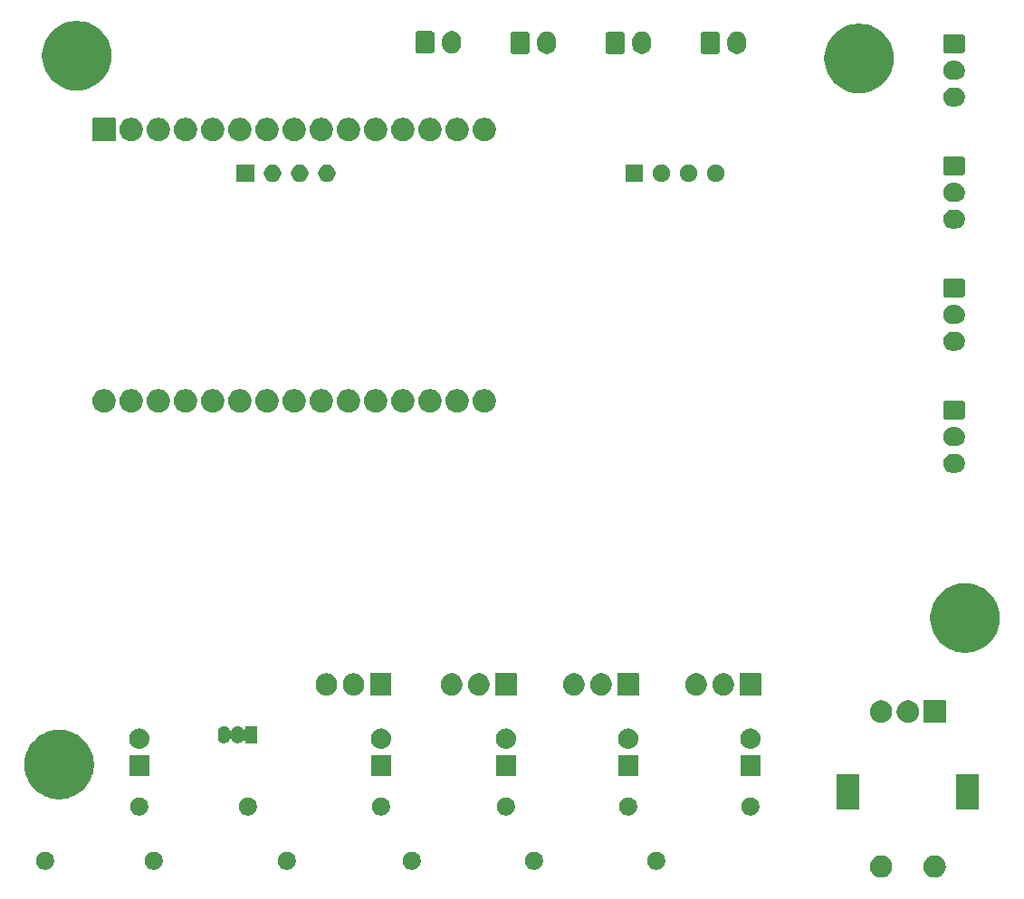
<source format=gts>
%TF.GenerationSoftware,KiCad,Pcbnew,9.0.0*%
%TF.CreationDate,2025-06-12T21:42:43+02:00*%
%TF.ProjectId,plant_watner_V3.0,706c616e-745f-4776-9174-6e65725f5633,rev?*%
%TF.SameCoordinates,Original*%
%TF.FileFunction,Soldermask,Top*%
%TF.FilePolarity,Negative*%
%FSLAX46Y46*%
G04 Gerber Fmt 4.6, Leading zero omitted, Abs format (unit mm)*
G04 Created by KiCad (PCBNEW 9.0.0) date 2025-06-12 21:42:43*
%MOMM*%
%LPD*%
G01*
G04 APERTURE LIST*
G04 APERTURE END LIST*
G36*
X172839498Y-132001061D02*
G01*
X172851016Y-132001061D01*
X172896023Y-132010013D01*
X172993260Y-132025414D01*
X173024536Y-132035576D01*
X173053089Y-132041256D01*
X173093387Y-132057948D01*
X173150052Y-132076360D01*
X173203135Y-132103407D01*
X173243438Y-132120101D01*
X173267647Y-132136277D01*
X173296943Y-132151204D01*
X173376583Y-132209066D01*
X173414747Y-132234566D01*
X173422891Y-132242710D01*
X173430315Y-132248104D01*
X173546895Y-132364684D01*
X173552288Y-132372107D01*
X173560434Y-132380253D01*
X173585936Y-132418420D01*
X173643795Y-132498056D01*
X173658720Y-132527348D01*
X173674899Y-132551562D01*
X173691594Y-132591869D01*
X173718639Y-132644947D01*
X173737048Y-132701604D01*
X173753744Y-132741911D01*
X173759424Y-132770469D01*
X173769585Y-132801739D01*
X173784984Y-132898967D01*
X173793939Y-132943984D01*
X173793939Y-132955502D01*
X173795375Y-132964569D01*
X173795375Y-133129430D01*
X173793939Y-133138496D01*
X173793939Y-133150016D01*
X173784983Y-133195035D01*
X173769585Y-133292260D01*
X173759425Y-133323528D01*
X173753744Y-133352089D01*
X173737047Y-133392398D01*
X173718639Y-133449052D01*
X173691596Y-133502125D01*
X173674899Y-133542438D01*
X173658718Y-133566654D01*
X173643795Y-133595943D01*
X173585945Y-133675566D01*
X173560434Y-133713747D01*
X173552285Y-133721895D01*
X173546895Y-133729315D01*
X173430315Y-133845895D01*
X173422895Y-133851285D01*
X173414747Y-133859434D01*
X173376566Y-133884945D01*
X173296943Y-133942795D01*
X173267654Y-133957718D01*
X173243438Y-133973899D01*
X173203125Y-133990596D01*
X173150052Y-134017639D01*
X173093398Y-134036047D01*
X173053089Y-134052744D01*
X173024528Y-134058425D01*
X172993260Y-134068585D01*
X172896033Y-134083984D01*
X172851016Y-134092939D01*
X172839497Y-134092939D01*
X172830431Y-134094375D01*
X172665569Y-134094375D01*
X172656503Y-134092939D01*
X172644984Y-134092939D01*
X172599967Y-134083984D01*
X172502739Y-134068585D01*
X172471469Y-134058424D01*
X172442911Y-134052744D01*
X172402604Y-134036048D01*
X172345947Y-134017639D01*
X172292869Y-133990594D01*
X172252562Y-133973899D01*
X172228348Y-133957720D01*
X172199056Y-133942795D01*
X172119420Y-133884936D01*
X172081253Y-133859434D01*
X172073107Y-133851288D01*
X172065684Y-133845895D01*
X171949104Y-133729315D01*
X171943710Y-133721891D01*
X171935566Y-133713747D01*
X171910066Y-133675583D01*
X171852204Y-133595943D01*
X171837277Y-133566647D01*
X171821101Y-133542438D01*
X171804407Y-133502135D01*
X171777360Y-133449052D01*
X171758948Y-133392387D01*
X171742256Y-133352089D01*
X171736576Y-133323536D01*
X171726414Y-133292260D01*
X171711014Y-133195026D01*
X171702061Y-133150016D01*
X171702061Y-133138496D01*
X171700625Y-133129430D01*
X171700625Y-132964569D01*
X171702061Y-132955502D01*
X171702061Y-132943984D01*
X171711013Y-132898977D01*
X171726414Y-132801739D01*
X171736576Y-132770461D01*
X171742256Y-132741911D01*
X171758946Y-132701616D01*
X171777360Y-132644947D01*
X171804409Y-132591858D01*
X171821101Y-132551562D01*
X171837275Y-132527355D01*
X171852204Y-132498056D01*
X171910074Y-132418403D01*
X171935566Y-132380253D01*
X171943707Y-132372111D01*
X171949104Y-132364684D01*
X172065684Y-132248104D01*
X172073111Y-132242707D01*
X172081253Y-132234566D01*
X172119403Y-132209074D01*
X172199056Y-132151204D01*
X172228355Y-132136275D01*
X172252562Y-132120101D01*
X172292858Y-132103409D01*
X172345947Y-132076360D01*
X172402616Y-132057946D01*
X172442911Y-132041256D01*
X172471461Y-132035576D01*
X172502739Y-132025414D01*
X172599977Y-132010013D01*
X172644984Y-132001061D01*
X172656502Y-132001061D01*
X172665569Y-131999625D01*
X172830431Y-131999625D01*
X172839498Y-132001061D01*
G37*
G36*
X177839498Y-132001061D02*
G01*
X177851016Y-132001061D01*
X177896023Y-132010013D01*
X177993260Y-132025414D01*
X178024536Y-132035576D01*
X178053089Y-132041256D01*
X178093387Y-132057948D01*
X178150052Y-132076360D01*
X178203135Y-132103407D01*
X178243438Y-132120101D01*
X178267647Y-132136277D01*
X178296943Y-132151204D01*
X178376583Y-132209066D01*
X178414747Y-132234566D01*
X178422891Y-132242710D01*
X178430315Y-132248104D01*
X178546895Y-132364684D01*
X178552288Y-132372107D01*
X178560434Y-132380253D01*
X178585936Y-132418420D01*
X178643795Y-132498056D01*
X178658720Y-132527348D01*
X178674899Y-132551562D01*
X178691594Y-132591869D01*
X178718639Y-132644947D01*
X178737048Y-132701604D01*
X178753744Y-132741911D01*
X178759424Y-132770469D01*
X178769585Y-132801739D01*
X178784984Y-132898967D01*
X178793939Y-132943984D01*
X178793939Y-132955502D01*
X178795375Y-132964569D01*
X178795375Y-133129430D01*
X178793939Y-133138496D01*
X178793939Y-133150016D01*
X178784983Y-133195035D01*
X178769585Y-133292260D01*
X178759425Y-133323528D01*
X178753744Y-133352089D01*
X178737047Y-133392398D01*
X178718639Y-133449052D01*
X178691596Y-133502125D01*
X178674899Y-133542438D01*
X178658718Y-133566654D01*
X178643795Y-133595943D01*
X178585945Y-133675566D01*
X178560434Y-133713747D01*
X178552285Y-133721895D01*
X178546895Y-133729315D01*
X178430315Y-133845895D01*
X178422895Y-133851285D01*
X178414747Y-133859434D01*
X178376566Y-133884945D01*
X178296943Y-133942795D01*
X178267654Y-133957718D01*
X178243438Y-133973899D01*
X178203125Y-133990596D01*
X178150052Y-134017639D01*
X178093398Y-134036047D01*
X178053089Y-134052744D01*
X178024528Y-134058425D01*
X177993260Y-134068585D01*
X177896033Y-134083984D01*
X177851016Y-134092939D01*
X177839497Y-134092939D01*
X177830431Y-134094375D01*
X177665569Y-134094375D01*
X177656503Y-134092939D01*
X177644984Y-134092939D01*
X177599967Y-134083984D01*
X177502739Y-134068585D01*
X177471469Y-134058424D01*
X177442911Y-134052744D01*
X177402604Y-134036048D01*
X177345947Y-134017639D01*
X177292869Y-133990594D01*
X177252562Y-133973899D01*
X177228348Y-133957720D01*
X177199056Y-133942795D01*
X177119420Y-133884936D01*
X177081253Y-133859434D01*
X177073107Y-133851288D01*
X177065684Y-133845895D01*
X176949104Y-133729315D01*
X176943710Y-133721891D01*
X176935566Y-133713747D01*
X176910066Y-133675583D01*
X176852204Y-133595943D01*
X176837277Y-133566647D01*
X176821101Y-133542438D01*
X176804407Y-133502135D01*
X176777360Y-133449052D01*
X176758948Y-133392387D01*
X176742256Y-133352089D01*
X176736576Y-133323536D01*
X176726414Y-133292260D01*
X176711014Y-133195026D01*
X176702061Y-133150016D01*
X176702061Y-133138496D01*
X176700625Y-133129430D01*
X176700625Y-132964569D01*
X176702061Y-132955502D01*
X176702061Y-132943984D01*
X176711013Y-132898977D01*
X176726414Y-132801739D01*
X176736576Y-132770461D01*
X176742256Y-132741911D01*
X176758946Y-132701616D01*
X176777360Y-132644947D01*
X176804409Y-132591858D01*
X176821101Y-132551562D01*
X176837275Y-132527355D01*
X176852204Y-132498056D01*
X176910074Y-132418403D01*
X176935566Y-132380253D01*
X176943707Y-132372111D01*
X176949104Y-132364684D01*
X177065684Y-132248104D01*
X177073111Y-132242707D01*
X177081253Y-132234566D01*
X177119403Y-132209074D01*
X177199056Y-132151204D01*
X177228355Y-132136275D01*
X177252562Y-132120101D01*
X177292858Y-132103409D01*
X177345947Y-132076360D01*
X177402616Y-132057946D01*
X177442911Y-132041256D01*
X177471461Y-132035576D01*
X177502739Y-132025414D01*
X177599977Y-132010013D01*
X177644984Y-132001061D01*
X177656502Y-132001061D01*
X177665569Y-131999625D01*
X177830431Y-131999625D01*
X177839498Y-132001061D01*
G37*
G36*
X94826214Y-131702644D02*
G01*
X94980341Y-131766485D01*
X95119051Y-131859168D01*
X95237014Y-131977131D01*
X95329697Y-132115841D01*
X95393538Y-132269968D01*
X95426084Y-132433587D01*
X95426084Y-132600413D01*
X95393538Y-132764032D01*
X95329697Y-132918159D01*
X95237014Y-133056869D01*
X95119051Y-133174832D01*
X94980341Y-133267515D01*
X94826214Y-133331356D01*
X94662595Y-133363902D01*
X94495769Y-133363902D01*
X94332150Y-133331356D01*
X94178023Y-133267515D01*
X94039313Y-133174832D01*
X93921350Y-133056869D01*
X93828667Y-132918159D01*
X93764826Y-132764032D01*
X93732280Y-132600413D01*
X93732280Y-132433587D01*
X93764826Y-132269968D01*
X93828667Y-132115841D01*
X93921350Y-131977131D01*
X94039313Y-131859168D01*
X94178023Y-131766485D01*
X94332150Y-131702644D01*
X94495769Y-131670098D01*
X94662595Y-131670098D01*
X94826214Y-131702644D01*
G37*
G36*
X104986214Y-131702644D02*
G01*
X105140341Y-131766485D01*
X105279051Y-131859168D01*
X105397014Y-131977131D01*
X105489697Y-132115841D01*
X105553538Y-132269968D01*
X105586084Y-132433587D01*
X105586084Y-132600413D01*
X105553538Y-132764032D01*
X105489697Y-132918159D01*
X105397014Y-133056869D01*
X105279051Y-133174832D01*
X105140341Y-133267515D01*
X104986214Y-133331356D01*
X104822595Y-133363902D01*
X104655769Y-133363902D01*
X104492150Y-133331356D01*
X104338023Y-133267515D01*
X104199313Y-133174832D01*
X104081350Y-133056869D01*
X103988667Y-132918159D01*
X103924826Y-132764032D01*
X103892280Y-132600413D01*
X103892280Y-132433587D01*
X103924826Y-132269968D01*
X103988667Y-132115841D01*
X104081350Y-131977131D01*
X104199313Y-131859168D01*
X104338023Y-131766485D01*
X104492150Y-131702644D01*
X104655769Y-131670098D01*
X104822595Y-131670098D01*
X104986214Y-131702644D01*
G37*
G36*
X117432214Y-131702644D02*
G01*
X117586341Y-131766485D01*
X117725051Y-131859168D01*
X117843014Y-131977131D01*
X117935697Y-132115841D01*
X117999538Y-132269968D01*
X118032084Y-132433587D01*
X118032084Y-132600413D01*
X117999538Y-132764032D01*
X117935697Y-132918159D01*
X117843014Y-133056869D01*
X117725051Y-133174832D01*
X117586341Y-133267515D01*
X117432214Y-133331356D01*
X117268595Y-133363902D01*
X117101769Y-133363902D01*
X116938150Y-133331356D01*
X116784023Y-133267515D01*
X116645313Y-133174832D01*
X116527350Y-133056869D01*
X116434667Y-132918159D01*
X116370826Y-132764032D01*
X116338280Y-132600413D01*
X116338280Y-132433587D01*
X116370826Y-132269968D01*
X116434667Y-132115841D01*
X116527350Y-131977131D01*
X116645313Y-131859168D01*
X116784023Y-131766485D01*
X116938150Y-131702644D01*
X117101769Y-131670098D01*
X117268595Y-131670098D01*
X117432214Y-131702644D01*
G37*
G36*
X129116214Y-131702644D02*
G01*
X129270341Y-131766485D01*
X129409051Y-131859168D01*
X129527014Y-131977131D01*
X129619697Y-132115841D01*
X129683538Y-132269968D01*
X129716084Y-132433587D01*
X129716084Y-132600413D01*
X129683538Y-132764032D01*
X129619697Y-132918159D01*
X129527014Y-133056869D01*
X129409051Y-133174832D01*
X129270341Y-133267515D01*
X129116214Y-133331356D01*
X128952595Y-133363902D01*
X128785769Y-133363902D01*
X128622150Y-133331356D01*
X128468023Y-133267515D01*
X128329313Y-133174832D01*
X128211350Y-133056869D01*
X128118667Y-132918159D01*
X128054826Y-132764032D01*
X128022280Y-132600413D01*
X128022280Y-132433587D01*
X128054826Y-132269968D01*
X128118667Y-132115841D01*
X128211350Y-131977131D01*
X128329313Y-131859168D01*
X128468023Y-131766485D01*
X128622150Y-131702644D01*
X128785769Y-131670098D01*
X128952595Y-131670098D01*
X129116214Y-131702644D01*
G37*
G36*
X140546214Y-131702644D02*
G01*
X140700341Y-131766485D01*
X140839051Y-131859168D01*
X140957014Y-131977131D01*
X141049697Y-132115841D01*
X141113538Y-132269968D01*
X141146084Y-132433587D01*
X141146084Y-132600413D01*
X141113538Y-132764032D01*
X141049697Y-132918159D01*
X140957014Y-133056869D01*
X140839051Y-133174832D01*
X140700341Y-133267515D01*
X140546214Y-133331356D01*
X140382595Y-133363902D01*
X140215769Y-133363902D01*
X140052150Y-133331356D01*
X139898023Y-133267515D01*
X139759313Y-133174832D01*
X139641350Y-133056869D01*
X139548667Y-132918159D01*
X139484826Y-132764032D01*
X139452280Y-132600413D01*
X139452280Y-132433587D01*
X139484826Y-132269968D01*
X139548667Y-132115841D01*
X139641350Y-131977131D01*
X139759313Y-131859168D01*
X139898023Y-131766485D01*
X140052150Y-131702644D01*
X140215769Y-131670098D01*
X140382595Y-131670098D01*
X140546214Y-131702644D01*
G37*
G36*
X151976214Y-131702644D02*
G01*
X152130341Y-131766485D01*
X152269051Y-131859168D01*
X152387014Y-131977131D01*
X152479697Y-132115841D01*
X152543538Y-132269968D01*
X152576084Y-132433587D01*
X152576084Y-132600413D01*
X152543538Y-132764032D01*
X152479697Y-132918159D01*
X152387014Y-133056869D01*
X152269051Y-133174832D01*
X152130341Y-133267515D01*
X151976214Y-133331356D01*
X151812595Y-133363902D01*
X151645769Y-133363902D01*
X151482150Y-133331356D01*
X151328023Y-133267515D01*
X151189313Y-133174832D01*
X151071350Y-133056869D01*
X150978667Y-132918159D01*
X150914826Y-132764032D01*
X150882280Y-132600413D01*
X150882280Y-132433587D01*
X150914826Y-132269968D01*
X150978667Y-132115841D01*
X151071350Y-131977131D01*
X151189313Y-131859168D01*
X151328023Y-131766485D01*
X151482150Y-131702644D01*
X151645769Y-131670098D01*
X151812595Y-131670098D01*
X151976214Y-131702644D01*
G37*
G36*
X103625032Y-126622644D02*
G01*
X103779159Y-126686485D01*
X103917869Y-126779168D01*
X104035832Y-126897131D01*
X104128515Y-127035841D01*
X104192356Y-127189968D01*
X104224902Y-127353587D01*
X104224902Y-127520413D01*
X104192356Y-127684032D01*
X104128515Y-127838159D01*
X104035832Y-127976869D01*
X103917869Y-128094832D01*
X103779159Y-128187515D01*
X103625032Y-128251356D01*
X103461413Y-128283902D01*
X103294587Y-128283902D01*
X103130968Y-128251356D01*
X102976841Y-128187515D01*
X102838131Y-128094832D01*
X102720168Y-127976869D01*
X102627485Y-127838159D01*
X102563644Y-127684032D01*
X102531098Y-127520413D01*
X102531098Y-127353587D01*
X102563644Y-127189968D01*
X102627485Y-127035841D01*
X102720168Y-126897131D01*
X102838131Y-126779168D01*
X102976841Y-126686485D01*
X103130968Y-126622644D01*
X103294587Y-126590098D01*
X103461413Y-126590098D01*
X103625032Y-126622644D01*
G37*
G36*
X113785032Y-126622644D02*
G01*
X113939159Y-126686485D01*
X114077869Y-126779168D01*
X114195832Y-126897131D01*
X114288515Y-127035841D01*
X114352356Y-127189968D01*
X114384902Y-127353587D01*
X114384902Y-127520413D01*
X114352356Y-127684032D01*
X114288515Y-127838159D01*
X114195832Y-127976869D01*
X114077869Y-128094832D01*
X113939159Y-128187515D01*
X113785032Y-128251356D01*
X113621413Y-128283902D01*
X113454587Y-128283902D01*
X113290968Y-128251356D01*
X113136841Y-128187515D01*
X112998131Y-128094832D01*
X112880168Y-127976869D01*
X112787485Y-127838159D01*
X112723644Y-127684032D01*
X112691098Y-127520413D01*
X112691098Y-127353587D01*
X112723644Y-127189968D01*
X112787485Y-127035841D01*
X112880168Y-126897131D01*
X112998131Y-126779168D01*
X113136841Y-126686485D01*
X113290968Y-126622644D01*
X113454587Y-126590098D01*
X113621413Y-126590098D01*
X113785032Y-126622644D01*
G37*
G36*
X126231032Y-126622644D02*
G01*
X126385159Y-126686485D01*
X126523869Y-126779168D01*
X126641832Y-126897131D01*
X126734515Y-127035841D01*
X126798356Y-127189968D01*
X126830902Y-127353587D01*
X126830902Y-127520413D01*
X126798356Y-127684032D01*
X126734515Y-127838159D01*
X126641832Y-127976869D01*
X126523869Y-128094832D01*
X126385159Y-128187515D01*
X126231032Y-128251356D01*
X126067413Y-128283902D01*
X125900587Y-128283902D01*
X125736968Y-128251356D01*
X125582841Y-128187515D01*
X125444131Y-128094832D01*
X125326168Y-127976869D01*
X125233485Y-127838159D01*
X125169644Y-127684032D01*
X125137098Y-127520413D01*
X125137098Y-127353587D01*
X125169644Y-127189968D01*
X125233485Y-127035841D01*
X125326168Y-126897131D01*
X125444131Y-126779168D01*
X125582841Y-126686485D01*
X125736968Y-126622644D01*
X125900587Y-126590098D01*
X126067413Y-126590098D01*
X126231032Y-126622644D01*
G37*
G36*
X137915032Y-126622644D02*
G01*
X138069159Y-126686485D01*
X138207869Y-126779168D01*
X138325832Y-126897131D01*
X138418515Y-127035841D01*
X138482356Y-127189968D01*
X138514902Y-127353587D01*
X138514902Y-127520413D01*
X138482356Y-127684032D01*
X138418515Y-127838159D01*
X138325832Y-127976869D01*
X138207869Y-128094832D01*
X138069159Y-128187515D01*
X137915032Y-128251356D01*
X137751413Y-128283902D01*
X137584587Y-128283902D01*
X137420968Y-128251356D01*
X137266841Y-128187515D01*
X137128131Y-128094832D01*
X137010168Y-127976869D01*
X136917485Y-127838159D01*
X136853644Y-127684032D01*
X136821098Y-127520413D01*
X136821098Y-127353587D01*
X136853644Y-127189968D01*
X136917485Y-127035841D01*
X137010168Y-126897131D01*
X137128131Y-126779168D01*
X137266841Y-126686485D01*
X137420968Y-126622644D01*
X137584587Y-126590098D01*
X137751413Y-126590098D01*
X137915032Y-126622644D01*
G37*
G36*
X149345032Y-126622644D02*
G01*
X149499159Y-126686485D01*
X149637869Y-126779168D01*
X149755832Y-126897131D01*
X149848515Y-127035841D01*
X149912356Y-127189968D01*
X149944902Y-127353587D01*
X149944902Y-127520413D01*
X149912356Y-127684032D01*
X149848515Y-127838159D01*
X149755832Y-127976869D01*
X149637869Y-128094832D01*
X149499159Y-128187515D01*
X149345032Y-128251356D01*
X149181413Y-128283902D01*
X149014587Y-128283902D01*
X148850968Y-128251356D01*
X148696841Y-128187515D01*
X148558131Y-128094832D01*
X148440168Y-127976869D01*
X148347485Y-127838159D01*
X148283644Y-127684032D01*
X148251098Y-127520413D01*
X148251098Y-127353587D01*
X148283644Y-127189968D01*
X148347485Y-127035841D01*
X148440168Y-126897131D01*
X148558131Y-126779168D01*
X148696841Y-126686485D01*
X148850968Y-126622644D01*
X149014587Y-126590098D01*
X149181413Y-126590098D01*
X149345032Y-126622644D01*
G37*
G36*
X160775032Y-126622644D02*
G01*
X160929159Y-126686485D01*
X161067869Y-126779168D01*
X161185832Y-126897131D01*
X161278515Y-127035841D01*
X161342356Y-127189968D01*
X161374902Y-127353587D01*
X161374902Y-127520413D01*
X161342356Y-127684032D01*
X161278515Y-127838159D01*
X161185832Y-127976869D01*
X161067869Y-128094832D01*
X160929159Y-128187515D01*
X160775032Y-128251356D01*
X160611413Y-128283902D01*
X160444587Y-128283902D01*
X160280968Y-128251356D01*
X160126841Y-128187515D01*
X159988131Y-128094832D01*
X159870168Y-127976869D01*
X159777485Y-127838159D01*
X159713644Y-127684032D01*
X159681098Y-127520413D01*
X159681098Y-127353587D01*
X159713644Y-127189968D01*
X159777485Y-127035841D01*
X159870168Y-126897131D01*
X159988131Y-126779168D01*
X160126841Y-126686485D01*
X160280968Y-126622644D01*
X160444587Y-126590098D01*
X160611413Y-126590098D01*
X160775032Y-126622644D01*
G37*
G36*
X170667517Y-124399883D02*
G01*
X170684062Y-124410939D01*
X170695118Y-124427484D01*
X170699000Y-124447001D01*
X170699000Y-127647001D01*
X170695118Y-127666518D01*
X170684062Y-127683063D01*
X170667517Y-127694119D01*
X170648000Y-127698001D01*
X168648000Y-127698001D01*
X168628483Y-127694119D01*
X168611938Y-127683063D01*
X168600882Y-127666518D01*
X168597000Y-127647001D01*
X168597000Y-124447001D01*
X168600882Y-124427484D01*
X168611938Y-124410939D01*
X168628483Y-124399883D01*
X168648000Y-124396001D01*
X170648000Y-124396001D01*
X170667517Y-124399883D01*
G37*
G36*
X181867517Y-124399883D02*
G01*
X181884062Y-124410939D01*
X181895118Y-124427484D01*
X181899000Y-124447001D01*
X181899000Y-127647001D01*
X181895118Y-127666518D01*
X181884062Y-127683063D01*
X181867517Y-127694119D01*
X181848000Y-127698001D01*
X179848000Y-127698001D01*
X179828483Y-127694119D01*
X179811938Y-127683063D01*
X179800882Y-127666518D01*
X179797000Y-127647001D01*
X179797000Y-124447001D01*
X179800882Y-124427484D01*
X179811938Y-124410939D01*
X179828483Y-124399883D01*
X179848000Y-124396001D01*
X181848000Y-124396001D01*
X181867517Y-124399883D01*
G37*
G36*
X96362021Y-120295187D02*
G01*
X96674929Y-120357428D01*
X96980229Y-120450040D01*
X97274982Y-120572131D01*
X97556348Y-120722524D01*
X97821618Y-120899772D01*
X98068238Y-121102168D01*
X98293832Y-121327762D01*
X98496228Y-121574382D01*
X98673476Y-121839652D01*
X98823869Y-122121018D01*
X98945960Y-122415771D01*
X99038572Y-122721071D01*
X99100813Y-123033979D01*
X99132084Y-123351481D01*
X99132084Y-123670519D01*
X99100813Y-123988021D01*
X99038572Y-124300929D01*
X98945960Y-124606229D01*
X98823869Y-124900982D01*
X98673476Y-125182348D01*
X98496228Y-125447618D01*
X98293832Y-125694238D01*
X98068238Y-125919832D01*
X97821618Y-126122228D01*
X97556348Y-126299476D01*
X97274982Y-126449869D01*
X96980229Y-126571960D01*
X96674929Y-126664572D01*
X96362021Y-126726813D01*
X96044519Y-126758084D01*
X95725481Y-126758084D01*
X95407979Y-126726813D01*
X95095071Y-126664572D01*
X94789771Y-126571960D01*
X94495018Y-126449869D01*
X94213652Y-126299476D01*
X93948382Y-126122228D01*
X93701762Y-125919832D01*
X93476168Y-125694238D01*
X93273772Y-125447618D01*
X93096524Y-125182348D01*
X92946131Y-124900982D01*
X92824040Y-124606229D01*
X92731428Y-124300929D01*
X92669187Y-123988021D01*
X92637916Y-123670519D01*
X92637916Y-123351481D01*
X92669187Y-123033979D01*
X92731428Y-122721071D01*
X92824040Y-122415771D01*
X92946131Y-122121018D01*
X93096524Y-121839652D01*
X93273772Y-121574382D01*
X93476168Y-121327762D01*
X93701762Y-121102168D01*
X93948382Y-120899772D01*
X94213652Y-120722524D01*
X94495018Y-120572131D01*
X94789771Y-120450040D01*
X95095071Y-120357428D01*
X95407979Y-120295187D01*
X95725481Y-120263916D01*
X96044519Y-120263916D01*
X96362021Y-120295187D01*
G37*
G36*
X104297515Y-122679883D02*
G01*
X104314060Y-122690939D01*
X104325116Y-122707484D01*
X104328998Y-122727001D01*
X104328998Y-124527001D01*
X104325116Y-124546518D01*
X104314060Y-124563063D01*
X104297515Y-124574119D01*
X104277998Y-124578001D01*
X102477998Y-124578001D01*
X102458481Y-124574119D01*
X102441936Y-124563063D01*
X102430880Y-124546518D01*
X102426998Y-124527001D01*
X102426998Y-122727001D01*
X102430880Y-122707484D01*
X102441936Y-122690939D01*
X102458481Y-122679883D01*
X102477998Y-122676001D01*
X104277998Y-122676001D01*
X104297515Y-122679883D01*
G37*
G36*
X126903517Y-122679883D02*
G01*
X126920062Y-122690939D01*
X126931118Y-122707484D01*
X126935000Y-122727001D01*
X126935000Y-124527001D01*
X126931118Y-124546518D01*
X126920062Y-124563063D01*
X126903517Y-124574119D01*
X126884000Y-124578001D01*
X125084000Y-124578001D01*
X125064483Y-124574119D01*
X125047938Y-124563063D01*
X125036882Y-124546518D01*
X125033000Y-124527001D01*
X125033000Y-122727001D01*
X125036882Y-122707484D01*
X125047938Y-122690939D01*
X125064483Y-122679883D01*
X125084000Y-122676001D01*
X126884000Y-122676001D01*
X126903517Y-122679883D01*
G37*
G36*
X150017518Y-122679881D02*
G01*
X150034063Y-122690937D01*
X150045119Y-122707482D01*
X150049001Y-122726999D01*
X150049001Y-124526999D01*
X150045119Y-124546516D01*
X150034063Y-124563061D01*
X150017518Y-124574117D01*
X149998001Y-124577999D01*
X148198001Y-124577999D01*
X148178484Y-124574117D01*
X148161939Y-124563061D01*
X148150883Y-124546516D01*
X148147001Y-124526999D01*
X148147001Y-122726999D01*
X148150883Y-122707482D01*
X148161939Y-122690937D01*
X148178484Y-122679881D01*
X148198001Y-122675999D01*
X149998001Y-122675999D01*
X150017518Y-122679881D01*
G37*
G36*
X161447518Y-122679881D02*
G01*
X161464063Y-122690937D01*
X161475119Y-122707482D01*
X161479001Y-122726999D01*
X161479001Y-124526999D01*
X161475119Y-124546516D01*
X161464063Y-124563061D01*
X161447518Y-124574117D01*
X161428001Y-124577999D01*
X159628001Y-124577999D01*
X159608484Y-124574117D01*
X159591939Y-124563061D01*
X159580883Y-124546516D01*
X159577001Y-124526999D01*
X159577001Y-122726999D01*
X159580883Y-122707482D01*
X159591939Y-122690937D01*
X159608484Y-122679881D01*
X159628001Y-122675999D01*
X161428001Y-122675999D01*
X161447518Y-122679881D01*
G37*
G36*
X138587518Y-122679880D02*
G01*
X138604063Y-122690936D01*
X138615119Y-122707481D01*
X138619001Y-122726998D01*
X138619001Y-124526998D01*
X138615119Y-124546515D01*
X138604063Y-124563060D01*
X138587518Y-124574116D01*
X138568001Y-124577998D01*
X136768001Y-124577998D01*
X136748484Y-124574116D01*
X136731939Y-124563060D01*
X136720883Y-124546515D01*
X136717001Y-124526998D01*
X136717001Y-122726998D01*
X136720883Y-122707481D01*
X136731939Y-122690936D01*
X136748484Y-122679880D01*
X136768001Y-122675998D01*
X138568001Y-122675998D01*
X138587518Y-122679880D01*
G37*
G36*
X103460551Y-120140580D02*
G01*
X103471212Y-120140580D01*
X103512863Y-120148865D01*
X103599914Y-120162652D01*
X103627916Y-120171750D01*
X103654059Y-120176951D01*
X103690954Y-120192233D01*
X103741782Y-120208749D01*
X103789397Y-120233010D01*
X103826296Y-120248294D01*
X103848461Y-120263104D01*
X103874691Y-120276469D01*
X103945988Y-120328269D01*
X103981306Y-120351868D01*
X103988844Y-120359406D01*
X103995368Y-120364146D01*
X104100852Y-120469630D01*
X104105591Y-120476153D01*
X104113131Y-120483693D01*
X104136732Y-120519015D01*
X104188529Y-120590307D01*
X104201892Y-120616534D01*
X104216705Y-120638703D01*
X104231991Y-120675606D01*
X104256249Y-120723216D01*
X104272762Y-120774036D01*
X104288048Y-120810940D01*
X104293249Y-120837087D01*
X104302346Y-120865084D01*
X104316132Y-120952126D01*
X104324419Y-120993787D01*
X104324419Y-121004448D01*
X104325681Y-121012416D01*
X104325681Y-121161585D01*
X104324419Y-121169552D01*
X104324419Y-121180215D01*
X104316131Y-121221878D01*
X104302346Y-121308917D01*
X104293249Y-121336911D01*
X104288048Y-121363062D01*
X104272760Y-121399969D01*
X104256249Y-121450785D01*
X104231993Y-121498389D01*
X104216705Y-121535299D01*
X104201890Y-121557471D01*
X104188529Y-121583694D01*
X104136740Y-121654974D01*
X104113131Y-121690309D01*
X104105589Y-121697850D01*
X104100852Y-121704371D01*
X103995368Y-121809855D01*
X103988847Y-121814592D01*
X103981306Y-121822134D01*
X103945971Y-121845743D01*
X103874691Y-121897532D01*
X103848468Y-121910893D01*
X103826296Y-121925708D01*
X103789386Y-121940996D01*
X103741782Y-121965252D01*
X103690966Y-121981763D01*
X103654059Y-121997051D01*
X103627908Y-122002252D01*
X103599914Y-122011349D01*
X103512873Y-122025134D01*
X103471212Y-122033422D01*
X103460551Y-122033422D01*
X103452583Y-122034684D01*
X103303413Y-122034684D01*
X103295445Y-122033422D01*
X103284784Y-122033422D01*
X103243123Y-122025135D01*
X103156081Y-122011349D01*
X103128084Y-122002252D01*
X103101937Y-121997051D01*
X103065033Y-121981765D01*
X103014213Y-121965252D01*
X102966603Y-121940994D01*
X102929700Y-121925708D01*
X102907531Y-121910895D01*
X102881304Y-121897532D01*
X102810012Y-121845735D01*
X102774690Y-121822134D01*
X102767150Y-121814594D01*
X102760627Y-121809855D01*
X102655143Y-121704371D01*
X102650403Y-121697847D01*
X102642865Y-121690309D01*
X102619266Y-121654991D01*
X102567466Y-121583694D01*
X102554101Y-121557464D01*
X102539291Y-121535299D01*
X102524007Y-121498400D01*
X102499746Y-121450785D01*
X102483230Y-121399957D01*
X102467948Y-121363062D01*
X102462747Y-121336919D01*
X102453649Y-121308917D01*
X102439862Y-121221868D01*
X102431577Y-121180215D01*
X102431577Y-121169553D01*
X102430315Y-121161585D01*
X102430315Y-121012416D01*
X102431577Y-121004447D01*
X102431577Y-120993787D01*
X102439861Y-120952137D01*
X102453649Y-120865084D01*
X102462748Y-120837079D01*
X102467948Y-120810940D01*
X102483229Y-120774047D01*
X102499746Y-120723216D01*
X102524009Y-120675596D01*
X102539291Y-120638703D01*
X102554099Y-120616540D01*
X102567466Y-120590307D01*
X102619275Y-120518997D01*
X102642865Y-120483693D01*
X102650400Y-120476157D01*
X102655143Y-120469630D01*
X102760627Y-120364146D01*
X102767154Y-120359403D01*
X102774690Y-120351868D01*
X102809994Y-120328278D01*
X102881304Y-120276469D01*
X102907537Y-120263102D01*
X102929700Y-120248294D01*
X102966593Y-120233012D01*
X103014213Y-120208749D01*
X103065044Y-120192232D01*
X103101937Y-120176951D01*
X103128076Y-120171751D01*
X103156081Y-120162652D01*
X103243134Y-120148864D01*
X103284784Y-120140580D01*
X103295445Y-120140580D01*
X103303413Y-120139318D01*
X103452583Y-120139318D01*
X103460551Y-120140580D01*
G37*
G36*
X126066553Y-120140580D02*
G01*
X126077214Y-120140580D01*
X126118865Y-120148865D01*
X126205916Y-120162652D01*
X126233918Y-120171750D01*
X126260061Y-120176951D01*
X126296956Y-120192233D01*
X126347784Y-120208749D01*
X126395399Y-120233010D01*
X126432298Y-120248294D01*
X126454463Y-120263104D01*
X126480693Y-120276469D01*
X126551990Y-120328269D01*
X126587308Y-120351868D01*
X126594846Y-120359406D01*
X126601370Y-120364146D01*
X126706854Y-120469630D01*
X126711593Y-120476153D01*
X126719133Y-120483693D01*
X126742734Y-120519015D01*
X126794531Y-120590307D01*
X126807894Y-120616534D01*
X126822707Y-120638703D01*
X126837993Y-120675606D01*
X126862251Y-120723216D01*
X126878764Y-120774036D01*
X126894050Y-120810940D01*
X126899251Y-120837087D01*
X126908348Y-120865084D01*
X126922134Y-120952126D01*
X126930421Y-120993787D01*
X126930421Y-121004448D01*
X126931683Y-121012416D01*
X126931683Y-121161585D01*
X126930421Y-121169552D01*
X126930421Y-121180215D01*
X126922133Y-121221878D01*
X126908348Y-121308917D01*
X126899251Y-121336911D01*
X126894050Y-121363062D01*
X126878762Y-121399969D01*
X126862251Y-121450785D01*
X126837995Y-121498389D01*
X126822707Y-121535299D01*
X126807892Y-121557471D01*
X126794531Y-121583694D01*
X126742742Y-121654974D01*
X126719133Y-121690309D01*
X126711591Y-121697850D01*
X126706854Y-121704371D01*
X126601370Y-121809855D01*
X126594849Y-121814592D01*
X126587308Y-121822134D01*
X126551973Y-121845743D01*
X126480693Y-121897532D01*
X126454470Y-121910893D01*
X126432298Y-121925708D01*
X126395388Y-121940996D01*
X126347784Y-121965252D01*
X126296968Y-121981763D01*
X126260061Y-121997051D01*
X126233910Y-122002252D01*
X126205916Y-122011349D01*
X126118875Y-122025134D01*
X126077214Y-122033422D01*
X126066553Y-122033422D01*
X126058585Y-122034684D01*
X125909415Y-122034684D01*
X125901447Y-122033422D01*
X125890786Y-122033422D01*
X125849125Y-122025135D01*
X125762083Y-122011349D01*
X125734086Y-122002252D01*
X125707939Y-121997051D01*
X125671035Y-121981765D01*
X125620215Y-121965252D01*
X125572605Y-121940994D01*
X125535702Y-121925708D01*
X125513533Y-121910895D01*
X125487306Y-121897532D01*
X125416014Y-121845735D01*
X125380692Y-121822134D01*
X125373152Y-121814594D01*
X125366629Y-121809855D01*
X125261145Y-121704371D01*
X125256405Y-121697847D01*
X125248867Y-121690309D01*
X125225268Y-121654991D01*
X125173468Y-121583694D01*
X125160103Y-121557464D01*
X125145293Y-121535299D01*
X125130009Y-121498400D01*
X125105748Y-121450785D01*
X125089232Y-121399957D01*
X125073950Y-121363062D01*
X125068749Y-121336919D01*
X125059651Y-121308917D01*
X125045864Y-121221868D01*
X125037579Y-121180215D01*
X125037579Y-121169553D01*
X125036317Y-121161585D01*
X125036317Y-121012416D01*
X125037579Y-121004447D01*
X125037579Y-120993787D01*
X125045863Y-120952137D01*
X125059651Y-120865084D01*
X125068750Y-120837079D01*
X125073950Y-120810940D01*
X125089231Y-120774047D01*
X125105748Y-120723216D01*
X125130011Y-120675596D01*
X125145293Y-120638703D01*
X125160101Y-120616540D01*
X125173468Y-120590307D01*
X125225277Y-120518997D01*
X125248867Y-120483693D01*
X125256402Y-120476157D01*
X125261145Y-120469630D01*
X125366629Y-120364146D01*
X125373156Y-120359403D01*
X125380692Y-120351868D01*
X125415996Y-120328278D01*
X125487306Y-120276469D01*
X125513539Y-120263102D01*
X125535702Y-120248294D01*
X125572595Y-120233012D01*
X125620215Y-120208749D01*
X125671046Y-120192232D01*
X125707939Y-120176951D01*
X125734078Y-120171751D01*
X125762083Y-120162652D01*
X125849136Y-120148864D01*
X125890786Y-120140580D01*
X125901447Y-120140580D01*
X125909415Y-120139318D01*
X126058585Y-120139318D01*
X126066553Y-120140580D01*
G37*
G36*
X149180554Y-120140578D02*
G01*
X149191215Y-120140578D01*
X149232866Y-120148863D01*
X149319917Y-120162650D01*
X149347919Y-120171748D01*
X149374062Y-120176949D01*
X149410957Y-120192231D01*
X149461785Y-120208747D01*
X149509400Y-120233008D01*
X149546299Y-120248292D01*
X149568464Y-120263102D01*
X149594694Y-120276467D01*
X149665991Y-120328267D01*
X149701309Y-120351866D01*
X149708847Y-120359404D01*
X149715371Y-120364144D01*
X149820855Y-120469628D01*
X149825594Y-120476151D01*
X149833134Y-120483691D01*
X149856735Y-120519013D01*
X149908532Y-120590305D01*
X149921895Y-120616532D01*
X149936708Y-120638701D01*
X149951994Y-120675604D01*
X149976252Y-120723214D01*
X149992765Y-120774034D01*
X150008051Y-120810938D01*
X150013252Y-120837085D01*
X150022349Y-120865082D01*
X150036135Y-120952124D01*
X150044422Y-120993785D01*
X150044422Y-121004446D01*
X150045684Y-121012414D01*
X150045684Y-121161583D01*
X150044422Y-121169550D01*
X150044422Y-121180213D01*
X150036134Y-121221876D01*
X150022349Y-121308915D01*
X150013252Y-121336909D01*
X150008051Y-121363060D01*
X149992763Y-121399967D01*
X149976252Y-121450783D01*
X149951996Y-121498387D01*
X149936708Y-121535297D01*
X149921893Y-121557469D01*
X149908532Y-121583692D01*
X149856743Y-121654972D01*
X149833134Y-121690307D01*
X149825592Y-121697848D01*
X149820855Y-121704369D01*
X149715371Y-121809853D01*
X149708850Y-121814590D01*
X149701309Y-121822132D01*
X149665974Y-121845741D01*
X149594694Y-121897530D01*
X149568471Y-121910891D01*
X149546299Y-121925706D01*
X149509389Y-121940994D01*
X149461785Y-121965250D01*
X149410969Y-121981761D01*
X149374062Y-121997049D01*
X149347911Y-122002250D01*
X149319917Y-122011347D01*
X149232876Y-122025132D01*
X149191215Y-122033420D01*
X149180554Y-122033420D01*
X149172586Y-122034682D01*
X149023416Y-122034682D01*
X149015448Y-122033420D01*
X149004787Y-122033420D01*
X148963126Y-122025133D01*
X148876084Y-122011347D01*
X148848087Y-122002250D01*
X148821940Y-121997049D01*
X148785036Y-121981763D01*
X148734216Y-121965250D01*
X148686606Y-121940992D01*
X148649703Y-121925706D01*
X148627534Y-121910893D01*
X148601307Y-121897530D01*
X148530015Y-121845733D01*
X148494693Y-121822132D01*
X148487153Y-121814592D01*
X148480630Y-121809853D01*
X148375146Y-121704369D01*
X148370406Y-121697845D01*
X148362868Y-121690307D01*
X148339269Y-121654989D01*
X148287469Y-121583692D01*
X148274104Y-121557462D01*
X148259294Y-121535297D01*
X148244010Y-121498398D01*
X148219749Y-121450783D01*
X148203233Y-121399955D01*
X148187951Y-121363060D01*
X148182750Y-121336917D01*
X148173652Y-121308915D01*
X148159865Y-121221866D01*
X148151580Y-121180213D01*
X148151580Y-121169551D01*
X148150318Y-121161583D01*
X148150318Y-121012414D01*
X148151580Y-121004445D01*
X148151580Y-120993785D01*
X148159864Y-120952135D01*
X148173652Y-120865082D01*
X148182751Y-120837077D01*
X148187951Y-120810938D01*
X148203232Y-120774045D01*
X148219749Y-120723214D01*
X148244012Y-120675594D01*
X148259294Y-120638701D01*
X148274102Y-120616538D01*
X148287469Y-120590305D01*
X148339278Y-120518995D01*
X148362868Y-120483691D01*
X148370403Y-120476155D01*
X148375146Y-120469628D01*
X148480630Y-120364144D01*
X148487157Y-120359401D01*
X148494693Y-120351866D01*
X148529997Y-120328276D01*
X148601307Y-120276467D01*
X148627540Y-120263100D01*
X148649703Y-120248292D01*
X148686596Y-120233010D01*
X148734216Y-120208747D01*
X148785047Y-120192230D01*
X148821940Y-120176949D01*
X148848079Y-120171749D01*
X148876084Y-120162650D01*
X148963137Y-120148862D01*
X149004787Y-120140578D01*
X149015448Y-120140578D01*
X149023416Y-120139316D01*
X149172586Y-120139316D01*
X149180554Y-120140578D01*
G37*
G36*
X160610554Y-120140578D02*
G01*
X160621215Y-120140578D01*
X160662866Y-120148863D01*
X160749917Y-120162650D01*
X160777919Y-120171748D01*
X160804062Y-120176949D01*
X160840957Y-120192231D01*
X160891785Y-120208747D01*
X160939400Y-120233008D01*
X160976299Y-120248292D01*
X160998464Y-120263102D01*
X161024694Y-120276467D01*
X161095991Y-120328267D01*
X161131309Y-120351866D01*
X161138847Y-120359404D01*
X161145371Y-120364144D01*
X161250855Y-120469628D01*
X161255594Y-120476151D01*
X161263134Y-120483691D01*
X161286735Y-120519013D01*
X161338532Y-120590305D01*
X161351895Y-120616532D01*
X161366708Y-120638701D01*
X161381994Y-120675604D01*
X161406252Y-120723214D01*
X161422765Y-120774034D01*
X161438051Y-120810938D01*
X161443252Y-120837085D01*
X161452349Y-120865082D01*
X161466135Y-120952124D01*
X161474422Y-120993785D01*
X161474422Y-121004446D01*
X161475684Y-121012414D01*
X161475684Y-121161583D01*
X161474422Y-121169550D01*
X161474422Y-121180213D01*
X161466134Y-121221876D01*
X161452349Y-121308915D01*
X161443252Y-121336909D01*
X161438051Y-121363060D01*
X161422763Y-121399967D01*
X161406252Y-121450783D01*
X161381996Y-121498387D01*
X161366708Y-121535297D01*
X161351893Y-121557469D01*
X161338532Y-121583692D01*
X161286743Y-121654972D01*
X161263134Y-121690307D01*
X161255592Y-121697848D01*
X161250855Y-121704369D01*
X161145371Y-121809853D01*
X161138850Y-121814590D01*
X161131309Y-121822132D01*
X161095974Y-121845741D01*
X161024694Y-121897530D01*
X160998471Y-121910891D01*
X160976299Y-121925706D01*
X160939389Y-121940994D01*
X160891785Y-121965250D01*
X160840969Y-121981761D01*
X160804062Y-121997049D01*
X160777911Y-122002250D01*
X160749917Y-122011347D01*
X160662876Y-122025132D01*
X160621215Y-122033420D01*
X160610554Y-122033420D01*
X160602586Y-122034682D01*
X160453416Y-122034682D01*
X160445448Y-122033420D01*
X160434787Y-122033420D01*
X160393126Y-122025133D01*
X160306084Y-122011347D01*
X160278087Y-122002250D01*
X160251940Y-121997049D01*
X160215036Y-121981763D01*
X160164216Y-121965250D01*
X160116606Y-121940992D01*
X160079703Y-121925706D01*
X160057534Y-121910893D01*
X160031307Y-121897530D01*
X159960015Y-121845733D01*
X159924693Y-121822132D01*
X159917153Y-121814592D01*
X159910630Y-121809853D01*
X159805146Y-121704369D01*
X159800406Y-121697845D01*
X159792868Y-121690307D01*
X159769269Y-121654989D01*
X159717469Y-121583692D01*
X159704104Y-121557462D01*
X159689294Y-121535297D01*
X159674010Y-121498398D01*
X159649749Y-121450783D01*
X159633233Y-121399955D01*
X159617951Y-121363060D01*
X159612750Y-121336917D01*
X159603652Y-121308915D01*
X159589865Y-121221866D01*
X159581580Y-121180213D01*
X159581580Y-121169551D01*
X159580318Y-121161583D01*
X159580318Y-121012414D01*
X159581580Y-121004445D01*
X159581580Y-120993785D01*
X159589864Y-120952135D01*
X159603652Y-120865082D01*
X159612751Y-120837077D01*
X159617951Y-120810938D01*
X159633232Y-120774045D01*
X159649749Y-120723214D01*
X159674012Y-120675594D01*
X159689294Y-120638701D01*
X159704102Y-120616538D01*
X159717469Y-120590305D01*
X159769278Y-120518995D01*
X159792868Y-120483691D01*
X159800403Y-120476155D01*
X159805146Y-120469628D01*
X159910630Y-120364144D01*
X159917157Y-120359401D01*
X159924693Y-120351866D01*
X159959997Y-120328276D01*
X160031307Y-120276467D01*
X160057540Y-120263100D01*
X160079703Y-120248292D01*
X160116596Y-120233010D01*
X160164216Y-120208747D01*
X160215047Y-120192230D01*
X160251940Y-120176949D01*
X160278079Y-120171749D01*
X160306084Y-120162650D01*
X160393137Y-120148862D01*
X160434787Y-120140578D01*
X160445448Y-120140578D01*
X160453416Y-120139316D01*
X160602586Y-120139316D01*
X160610554Y-120140578D01*
G37*
G36*
X137750554Y-120140577D02*
G01*
X137761215Y-120140577D01*
X137802866Y-120148862D01*
X137889917Y-120162649D01*
X137917919Y-120171747D01*
X137944062Y-120176948D01*
X137980957Y-120192230D01*
X138031785Y-120208746D01*
X138079400Y-120233007D01*
X138116299Y-120248291D01*
X138138464Y-120263101D01*
X138164694Y-120276466D01*
X138235991Y-120328266D01*
X138271309Y-120351865D01*
X138278847Y-120359403D01*
X138285371Y-120364143D01*
X138390855Y-120469627D01*
X138395594Y-120476150D01*
X138403134Y-120483690D01*
X138426735Y-120519012D01*
X138478532Y-120590304D01*
X138491895Y-120616531D01*
X138506708Y-120638700D01*
X138521994Y-120675603D01*
X138546252Y-120723213D01*
X138562765Y-120774033D01*
X138578051Y-120810937D01*
X138583252Y-120837084D01*
X138592349Y-120865081D01*
X138606135Y-120952123D01*
X138614422Y-120993784D01*
X138614422Y-121004445D01*
X138615684Y-121012413D01*
X138615684Y-121161582D01*
X138614422Y-121169549D01*
X138614422Y-121180212D01*
X138606134Y-121221875D01*
X138592349Y-121308914D01*
X138583252Y-121336908D01*
X138578051Y-121363059D01*
X138562763Y-121399966D01*
X138546252Y-121450782D01*
X138521996Y-121498386D01*
X138506708Y-121535296D01*
X138491893Y-121557468D01*
X138478532Y-121583691D01*
X138426743Y-121654971D01*
X138403134Y-121690306D01*
X138395592Y-121697847D01*
X138390855Y-121704368D01*
X138285371Y-121809852D01*
X138278850Y-121814589D01*
X138271309Y-121822131D01*
X138235974Y-121845740D01*
X138164694Y-121897529D01*
X138138471Y-121910890D01*
X138116299Y-121925705D01*
X138079389Y-121940993D01*
X138031785Y-121965249D01*
X137980969Y-121981760D01*
X137944062Y-121997048D01*
X137917911Y-122002249D01*
X137889917Y-122011346D01*
X137802876Y-122025131D01*
X137761215Y-122033419D01*
X137750554Y-122033419D01*
X137742586Y-122034681D01*
X137593416Y-122034681D01*
X137585448Y-122033419D01*
X137574787Y-122033419D01*
X137533126Y-122025132D01*
X137446084Y-122011346D01*
X137418087Y-122002249D01*
X137391940Y-121997048D01*
X137355036Y-121981762D01*
X137304216Y-121965249D01*
X137256606Y-121940991D01*
X137219703Y-121925705D01*
X137197534Y-121910892D01*
X137171307Y-121897529D01*
X137100015Y-121845732D01*
X137064693Y-121822131D01*
X137057153Y-121814591D01*
X137050630Y-121809852D01*
X136945146Y-121704368D01*
X136940406Y-121697844D01*
X136932868Y-121690306D01*
X136909269Y-121654988D01*
X136857469Y-121583691D01*
X136844104Y-121557461D01*
X136829294Y-121535296D01*
X136814010Y-121498397D01*
X136789749Y-121450782D01*
X136773233Y-121399954D01*
X136757951Y-121363059D01*
X136752750Y-121336916D01*
X136743652Y-121308914D01*
X136729865Y-121221865D01*
X136721580Y-121180212D01*
X136721580Y-121169550D01*
X136720318Y-121161582D01*
X136720318Y-121012413D01*
X136721580Y-121004444D01*
X136721580Y-120993784D01*
X136729864Y-120952134D01*
X136743652Y-120865081D01*
X136752751Y-120837076D01*
X136757951Y-120810937D01*
X136773232Y-120774044D01*
X136789749Y-120723213D01*
X136814012Y-120675593D01*
X136829294Y-120638700D01*
X136844102Y-120616537D01*
X136857469Y-120590304D01*
X136909278Y-120518994D01*
X136932868Y-120483690D01*
X136940403Y-120476154D01*
X136945146Y-120469627D01*
X137050630Y-120364143D01*
X137057157Y-120359400D01*
X137064693Y-120351865D01*
X137099997Y-120328275D01*
X137171307Y-120276466D01*
X137197540Y-120263099D01*
X137219703Y-120248291D01*
X137256596Y-120233009D01*
X137304216Y-120208746D01*
X137355047Y-120192229D01*
X137391940Y-120176948D01*
X137418079Y-120171748D01*
X137446084Y-120162649D01*
X137533137Y-120148861D01*
X137574787Y-120140577D01*
X137585448Y-120140577D01*
X137593416Y-120139315D01*
X137742586Y-120139315D01*
X137750554Y-120140577D01*
G37*
G36*
X114393517Y-119921882D02*
G01*
X114410062Y-119932938D01*
X114421118Y-119949483D01*
X114425000Y-119969000D01*
X114425000Y-121469000D01*
X114421118Y-121488517D01*
X114410062Y-121505062D01*
X114393517Y-121516118D01*
X114374000Y-121520000D01*
X113324000Y-121520000D01*
X113304483Y-121516118D01*
X113287938Y-121505062D01*
X113276882Y-121488517D01*
X113273000Y-121469000D01*
X113273000Y-121363059D01*
X113272999Y-121255411D01*
X113095570Y-121201591D01*
X113052363Y-121266255D01*
X113035972Y-121294647D01*
X113028202Y-121302416D01*
X113023787Y-121309025D01*
X112944025Y-121388787D01*
X112937416Y-121393202D01*
X112929647Y-121400972D01*
X112901262Y-121417359D01*
X112850238Y-121451453D01*
X112821831Y-121463219D01*
X112799426Y-121476155D01*
X112774434Y-121482851D01*
X112746027Y-121494618D01*
X112685829Y-121506592D01*
X112654183Y-121515072D01*
X112643202Y-121515072D01*
X112635400Y-121516624D01*
X112522600Y-121516624D01*
X112514798Y-121515072D01*
X112503817Y-121515072D01*
X112472172Y-121506592D01*
X112411972Y-121494618D01*
X112383562Y-121482850D01*
X112358574Y-121476155D01*
X112336170Y-121463220D01*
X112307761Y-121451453D01*
X112256730Y-121417355D01*
X112228353Y-121400972D01*
X112220585Y-121393204D01*
X112213974Y-121388787D01*
X112134212Y-121309025D01*
X112129794Y-121302413D01*
X112122028Y-121294647D01*
X112105647Y-121266275D01*
X112071545Y-121215237D01*
X112059775Y-121186822D01*
X112046845Y-121164426D01*
X112040150Y-121139442D01*
X112027522Y-121108953D01*
X111860478Y-121108953D01*
X111847849Y-121139440D01*
X111841155Y-121164426D01*
X111828221Y-121186827D01*
X111816454Y-121215237D01*
X111782358Y-121266264D01*
X111765972Y-121294647D01*
X111758202Y-121302416D01*
X111753787Y-121309025D01*
X111674025Y-121388787D01*
X111667416Y-121393202D01*
X111659647Y-121400972D01*
X111631262Y-121417359D01*
X111580238Y-121451453D01*
X111551831Y-121463219D01*
X111529426Y-121476155D01*
X111504434Y-121482851D01*
X111476027Y-121494618D01*
X111415829Y-121506592D01*
X111384183Y-121515072D01*
X111373202Y-121515072D01*
X111365400Y-121516624D01*
X111252600Y-121516624D01*
X111244798Y-121515072D01*
X111233817Y-121515072D01*
X111202172Y-121506592D01*
X111141972Y-121494618D01*
X111113562Y-121482850D01*
X111088574Y-121476155D01*
X111066170Y-121463220D01*
X111037761Y-121451453D01*
X110986730Y-121417355D01*
X110958353Y-121400972D01*
X110950585Y-121393204D01*
X110943974Y-121388787D01*
X110864212Y-121309025D01*
X110859794Y-121302413D01*
X110852028Y-121294647D01*
X110835646Y-121266273D01*
X110801546Y-121215238D01*
X110789777Y-121186825D01*
X110776845Y-121164426D01*
X110770150Y-121139441D01*
X110758381Y-121111027D01*
X110746405Y-121050820D01*
X110737928Y-121019183D01*
X110736854Y-121002807D01*
X110735772Y-120997365D01*
X110733600Y-120953157D01*
X110733000Y-120944000D01*
X110733000Y-120494000D01*
X110733600Y-120484845D01*
X110735772Y-120440634D01*
X110736854Y-120435190D01*
X110737928Y-120418817D01*
X110746404Y-120387182D01*
X110758381Y-120326972D01*
X110770151Y-120298555D01*
X110776845Y-120273574D01*
X110789775Y-120251177D01*
X110801546Y-120222761D01*
X110835650Y-120171719D01*
X110852028Y-120143353D01*
X110859792Y-120135588D01*
X110864212Y-120128974D01*
X110943974Y-120049212D01*
X110950588Y-120044792D01*
X110958353Y-120037028D01*
X110986719Y-120020650D01*
X111037761Y-119986546D01*
X111066177Y-119974775D01*
X111088574Y-119961845D01*
X111113555Y-119955151D01*
X111141972Y-119943381D01*
X111202178Y-119931405D01*
X111233817Y-119922928D01*
X111244797Y-119922928D01*
X111252600Y-119921376D01*
X111365400Y-119921376D01*
X111373202Y-119922928D01*
X111384183Y-119922928D01*
X111415822Y-119931405D01*
X111476027Y-119943381D01*
X111504441Y-119955150D01*
X111529426Y-119961845D01*
X111551825Y-119974777D01*
X111580238Y-119986546D01*
X111631273Y-120020646D01*
X111659647Y-120037028D01*
X111667413Y-120044794D01*
X111674025Y-120049212D01*
X111753787Y-120128974D01*
X111758204Y-120135585D01*
X111765972Y-120143353D01*
X111782355Y-120171730D01*
X111816453Y-120222761D01*
X111828221Y-120251172D01*
X111841155Y-120273574D01*
X111847849Y-120298557D01*
X111860478Y-120329046D01*
X112027522Y-120329046D01*
X112040151Y-120298555D01*
X112046845Y-120273574D01*
X112059775Y-120251177D01*
X112071546Y-120222761D01*
X112105650Y-120171719D01*
X112122028Y-120143353D01*
X112129792Y-120135588D01*
X112134212Y-120128974D01*
X112213974Y-120049212D01*
X112220588Y-120044792D01*
X112228353Y-120037028D01*
X112256719Y-120020650D01*
X112307761Y-119986546D01*
X112336177Y-119974775D01*
X112358574Y-119961845D01*
X112383555Y-119955151D01*
X112411972Y-119943381D01*
X112472178Y-119931405D01*
X112503817Y-119922928D01*
X112514797Y-119922928D01*
X112522600Y-119921376D01*
X112635400Y-119921376D01*
X112643202Y-119922928D01*
X112654183Y-119922928D01*
X112685822Y-119931405D01*
X112746027Y-119943381D01*
X112774441Y-119955150D01*
X112799426Y-119961845D01*
X112821825Y-119974777D01*
X112850238Y-119986546D01*
X112901273Y-120020646D01*
X112929647Y-120037028D01*
X112937413Y-120044794D01*
X112944025Y-120049212D01*
X113023787Y-120128974D01*
X113028205Y-120135586D01*
X113035972Y-120143353D01*
X113052351Y-120171723D01*
X113095573Y-120236408D01*
X113273000Y-120182585D01*
X113273000Y-119981310D01*
X113273000Y-119969000D01*
X113276882Y-119949483D01*
X113287938Y-119932938D01*
X113304483Y-119921882D01*
X113324000Y-119918000D01*
X114374000Y-119918000D01*
X114393517Y-119921882D01*
G37*
G36*
X178767517Y-117499882D02*
G01*
X178784062Y-117510938D01*
X178795118Y-117527483D01*
X178799000Y-117547000D01*
X178799000Y-119547000D01*
X178795118Y-119566517D01*
X178784062Y-119583062D01*
X178767517Y-119594118D01*
X178748000Y-119598000D01*
X176748000Y-119598000D01*
X176728483Y-119594118D01*
X176711938Y-119583062D01*
X176700882Y-119566517D01*
X176697000Y-119547000D01*
X176697000Y-117547000D01*
X176700882Y-117527483D01*
X176711938Y-117510938D01*
X176728483Y-117499882D01*
X176748000Y-117496000D01*
X178748000Y-117496000D01*
X178767517Y-117499882D01*
G37*
G36*
X172839498Y-117501061D02*
G01*
X172851016Y-117501061D01*
X172896023Y-117510013D01*
X172993260Y-117525414D01*
X173024536Y-117535576D01*
X173053089Y-117541256D01*
X173093387Y-117557948D01*
X173150052Y-117576360D01*
X173203135Y-117603407D01*
X173243438Y-117620101D01*
X173267647Y-117636277D01*
X173296943Y-117651204D01*
X173376583Y-117709066D01*
X173414747Y-117734566D01*
X173422891Y-117742710D01*
X173430315Y-117748104D01*
X173546895Y-117864684D01*
X173552288Y-117872107D01*
X173560434Y-117880253D01*
X173585936Y-117918420D01*
X173643795Y-117998056D01*
X173658720Y-118027348D01*
X173674899Y-118051562D01*
X173691594Y-118091869D01*
X173718639Y-118144947D01*
X173737048Y-118201604D01*
X173753744Y-118241911D01*
X173759424Y-118270469D01*
X173769585Y-118301739D01*
X173784984Y-118398967D01*
X173793939Y-118443984D01*
X173793939Y-118455502D01*
X173795375Y-118464569D01*
X173795375Y-118629430D01*
X173793939Y-118638496D01*
X173793939Y-118650016D01*
X173784983Y-118695035D01*
X173769585Y-118792260D01*
X173759425Y-118823528D01*
X173753744Y-118852089D01*
X173737047Y-118892398D01*
X173718639Y-118949052D01*
X173691596Y-119002125D01*
X173674899Y-119042438D01*
X173658718Y-119066654D01*
X173643795Y-119095943D01*
X173585945Y-119175566D01*
X173560434Y-119213747D01*
X173552285Y-119221895D01*
X173546895Y-119229315D01*
X173430315Y-119345895D01*
X173422895Y-119351285D01*
X173414747Y-119359434D01*
X173376566Y-119384945D01*
X173296943Y-119442795D01*
X173267654Y-119457718D01*
X173243438Y-119473899D01*
X173203125Y-119490596D01*
X173150052Y-119517639D01*
X173093398Y-119536047D01*
X173053089Y-119552744D01*
X173024528Y-119558425D01*
X172993260Y-119568585D01*
X172896033Y-119583984D01*
X172851016Y-119592939D01*
X172839497Y-119592939D01*
X172830431Y-119594375D01*
X172665569Y-119594375D01*
X172656503Y-119592939D01*
X172644984Y-119592939D01*
X172599967Y-119583984D01*
X172502739Y-119568585D01*
X172471469Y-119558424D01*
X172442911Y-119552744D01*
X172402604Y-119536048D01*
X172345947Y-119517639D01*
X172292869Y-119490594D01*
X172252562Y-119473899D01*
X172228348Y-119457720D01*
X172199056Y-119442795D01*
X172119420Y-119384936D01*
X172081253Y-119359434D01*
X172073107Y-119351288D01*
X172065684Y-119345895D01*
X171949104Y-119229315D01*
X171943710Y-119221891D01*
X171935566Y-119213747D01*
X171910066Y-119175583D01*
X171852204Y-119095943D01*
X171837277Y-119066647D01*
X171821101Y-119042438D01*
X171804407Y-119002135D01*
X171777360Y-118949052D01*
X171758948Y-118892387D01*
X171742256Y-118852089D01*
X171736576Y-118823536D01*
X171726414Y-118792260D01*
X171711014Y-118695026D01*
X171702061Y-118650016D01*
X171702061Y-118638496D01*
X171700625Y-118629430D01*
X171700625Y-118464569D01*
X171702061Y-118455502D01*
X171702061Y-118443984D01*
X171711013Y-118398977D01*
X171726414Y-118301739D01*
X171736576Y-118270461D01*
X171742256Y-118241911D01*
X171758946Y-118201616D01*
X171777360Y-118144947D01*
X171804409Y-118091858D01*
X171821101Y-118051562D01*
X171837275Y-118027355D01*
X171852204Y-117998056D01*
X171910074Y-117918403D01*
X171935566Y-117880253D01*
X171943707Y-117872111D01*
X171949104Y-117864684D01*
X172065684Y-117748104D01*
X172073111Y-117742707D01*
X172081253Y-117734566D01*
X172119403Y-117709074D01*
X172199056Y-117651204D01*
X172228355Y-117636275D01*
X172252562Y-117620101D01*
X172292858Y-117603409D01*
X172345947Y-117576360D01*
X172402616Y-117557946D01*
X172442911Y-117541256D01*
X172471461Y-117535576D01*
X172502739Y-117525414D01*
X172599977Y-117510013D01*
X172644984Y-117501061D01*
X172656502Y-117501061D01*
X172665569Y-117499625D01*
X172830431Y-117499625D01*
X172839498Y-117501061D01*
G37*
G36*
X175339498Y-117501061D02*
G01*
X175351016Y-117501061D01*
X175396023Y-117510013D01*
X175493260Y-117525414D01*
X175524536Y-117535576D01*
X175553089Y-117541256D01*
X175593387Y-117557948D01*
X175650052Y-117576360D01*
X175703135Y-117603407D01*
X175743438Y-117620101D01*
X175767647Y-117636277D01*
X175796943Y-117651204D01*
X175876583Y-117709066D01*
X175914747Y-117734566D01*
X175922891Y-117742710D01*
X175930315Y-117748104D01*
X176046895Y-117864684D01*
X176052288Y-117872107D01*
X176060434Y-117880253D01*
X176085936Y-117918420D01*
X176143795Y-117998056D01*
X176158720Y-118027348D01*
X176174899Y-118051562D01*
X176191594Y-118091869D01*
X176218639Y-118144947D01*
X176237048Y-118201604D01*
X176253744Y-118241911D01*
X176259424Y-118270469D01*
X176269585Y-118301739D01*
X176284984Y-118398967D01*
X176293939Y-118443984D01*
X176293939Y-118455502D01*
X176295375Y-118464569D01*
X176295375Y-118629430D01*
X176293939Y-118638496D01*
X176293939Y-118650016D01*
X176284983Y-118695035D01*
X176269585Y-118792260D01*
X176259425Y-118823528D01*
X176253744Y-118852089D01*
X176237047Y-118892398D01*
X176218639Y-118949052D01*
X176191596Y-119002125D01*
X176174899Y-119042438D01*
X176158718Y-119066654D01*
X176143795Y-119095943D01*
X176085945Y-119175566D01*
X176060434Y-119213747D01*
X176052285Y-119221895D01*
X176046895Y-119229315D01*
X175930315Y-119345895D01*
X175922895Y-119351285D01*
X175914747Y-119359434D01*
X175876566Y-119384945D01*
X175796943Y-119442795D01*
X175767654Y-119457718D01*
X175743438Y-119473899D01*
X175703125Y-119490596D01*
X175650052Y-119517639D01*
X175593398Y-119536047D01*
X175553089Y-119552744D01*
X175524528Y-119558425D01*
X175493260Y-119568585D01*
X175396033Y-119583984D01*
X175351016Y-119592939D01*
X175339497Y-119592939D01*
X175330431Y-119594375D01*
X175165569Y-119594375D01*
X175156503Y-119592939D01*
X175144984Y-119592939D01*
X175099967Y-119583984D01*
X175002739Y-119568585D01*
X174971469Y-119558424D01*
X174942911Y-119552744D01*
X174902604Y-119536048D01*
X174845947Y-119517639D01*
X174792869Y-119490594D01*
X174752562Y-119473899D01*
X174728348Y-119457720D01*
X174699056Y-119442795D01*
X174619420Y-119384936D01*
X174581253Y-119359434D01*
X174573107Y-119351288D01*
X174565684Y-119345895D01*
X174449104Y-119229315D01*
X174443710Y-119221891D01*
X174435566Y-119213747D01*
X174410066Y-119175583D01*
X174352204Y-119095943D01*
X174337277Y-119066647D01*
X174321101Y-119042438D01*
X174304407Y-119002135D01*
X174277360Y-118949052D01*
X174258948Y-118892387D01*
X174242256Y-118852089D01*
X174236576Y-118823536D01*
X174226414Y-118792260D01*
X174211014Y-118695026D01*
X174202061Y-118650016D01*
X174202061Y-118638496D01*
X174200625Y-118629430D01*
X174200625Y-118464569D01*
X174202061Y-118455502D01*
X174202061Y-118443984D01*
X174211013Y-118398977D01*
X174226414Y-118301739D01*
X174236576Y-118270461D01*
X174242256Y-118241911D01*
X174258946Y-118201616D01*
X174277360Y-118144947D01*
X174304409Y-118091858D01*
X174321101Y-118051562D01*
X174337275Y-118027355D01*
X174352204Y-117998056D01*
X174410074Y-117918403D01*
X174435566Y-117880253D01*
X174443707Y-117872111D01*
X174449104Y-117864684D01*
X174565684Y-117748104D01*
X174573111Y-117742707D01*
X174581253Y-117734566D01*
X174619403Y-117709074D01*
X174699056Y-117651204D01*
X174728355Y-117636275D01*
X174752562Y-117620101D01*
X174792858Y-117603409D01*
X174845947Y-117576360D01*
X174902616Y-117557946D01*
X174942911Y-117541256D01*
X174971461Y-117535576D01*
X175002739Y-117525414D01*
X175099977Y-117510013D01*
X175144984Y-117501061D01*
X175156502Y-117501061D01*
X175165569Y-117499625D01*
X175330431Y-117499625D01*
X175339498Y-117501061D01*
G37*
G36*
X126926517Y-114959882D02*
G01*
X126943062Y-114970938D01*
X126954118Y-114987483D01*
X126958000Y-115007000D01*
X126958000Y-117007000D01*
X126954118Y-117026517D01*
X126943062Y-117043062D01*
X126926517Y-117054118D01*
X126907000Y-117058000D01*
X125002000Y-117058000D01*
X124982483Y-117054118D01*
X124965938Y-117043062D01*
X124954882Y-117026517D01*
X124951000Y-117007000D01*
X124951000Y-115007000D01*
X124954882Y-114987483D01*
X124965938Y-114970938D01*
X124982483Y-114959882D01*
X125002000Y-114956000D01*
X126907000Y-114956000D01*
X126926517Y-114959882D01*
G37*
G36*
X138640017Y-114959882D02*
G01*
X138656562Y-114970938D01*
X138667618Y-114987483D01*
X138671500Y-115007000D01*
X138671500Y-117007000D01*
X138667618Y-117026517D01*
X138656562Y-117043062D01*
X138640017Y-117054118D01*
X138620500Y-117058000D01*
X136715500Y-117058000D01*
X136695983Y-117054118D01*
X136679438Y-117043062D01*
X136668382Y-117026517D01*
X136664500Y-117007000D01*
X136664500Y-115007000D01*
X136668382Y-114987483D01*
X136679438Y-114970938D01*
X136695983Y-114959882D01*
X136715500Y-114956000D01*
X138620500Y-114956000D01*
X138640017Y-114959882D01*
G37*
G36*
X150070017Y-114959882D02*
G01*
X150086562Y-114970938D01*
X150097618Y-114987483D01*
X150101500Y-115007000D01*
X150101500Y-117007000D01*
X150097618Y-117026517D01*
X150086562Y-117043062D01*
X150070017Y-117054118D01*
X150050500Y-117058000D01*
X148145500Y-117058000D01*
X148125983Y-117054118D01*
X148109438Y-117043062D01*
X148098382Y-117026517D01*
X148094500Y-117007000D01*
X148094500Y-115007000D01*
X148098382Y-114987483D01*
X148109438Y-114970938D01*
X148125983Y-114959882D01*
X148145500Y-114956000D01*
X150050500Y-114956000D01*
X150070017Y-114959882D01*
G37*
G36*
X161500017Y-114959882D02*
G01*
X161516562Y-114970938D01*
X161527618Y-114987483D01*
X161531500Y-115007000D01*
X161531500Y-117007000D01*
X161527618Y-117026517D01*
X161516562Y-117043062D01*
X161500017Y-117054118D01*
X161480500Y-117058000D01*
X159575500Y-117058000D01*
X159555983Y-117054118D01*
X159539438Y-117043062D01*
X159528382Y-117026517D01*
X159524500Y-117007000D01*
X159524500Y-115007000D01*
X159528382Y-114987483D01*
X159539438Y-114970938D01*
X159555983Y-114959882D01*
X159575500Y-114956000D01*
X161480500Y-114956000D01*
X161500017Y-114959882D01*
G37*
G36*
X120961747Y-114960832D02*
G01*
X120972860Y-114960832D01*
X121016286Y-114969470D01*
X121108672Y-114984102D01*
X121138386Y-114993757D01*
X121165801Y-114999210D01*
X121204489Y-115015235D01*
X121258375Y-115032744D01*
X121308860Y-115058467D01*
X121347547Y-115074492D01*
X121370786Y-115090020D01*
X121398624Y-115104204D01*
X121474290Y-115159179D01*
X121511114Y-115183784D01*
X121518973Y-115191643D01*
X121525966Y-115196724D01*
X121637275Y-115308033D01*
X121642355Y-115315025D01*
X121650216Y-115322886D01*
X121674823Y-115359713D01*
X121729795Y-115435375D01*
X121743977Y-115463210D01*
X121759508Y-115486453D01*
X121775534Y-115525145D01*
X121801255Y-115575624D01*
X121818761Y-115629503D01*
X121834790Y-115668199D01*
X121840244Y-115695618D01*
X121849897Y-115725327D01*
X121864527Y-115817702D01*
X121873168Y-115861140D01*
X121873959Y-115877252D01*
X121874906Y-115883228D01*
X121877516Y-115949649D01*
X121878000Y-115959500D01*
X121878000Y-116054500D01*
X121877515Y-116064354D01*
X121874906Y-116130771D01*
X121873959Y-116136746D01*
X121873168Y-116152860D01*
X121864526Y-116196301D01*
X121849897Y-116288672D01*
X121840244Y-116318378D01*
X121834790Y-116345801D01*
X121818760Y-116384500D01*
X121801255Y-116438375D01*
X121775537Y-116488849D01*
X121759508Y-116527547D01*
X121743975Y-116550792D01*
X121729795Y-116578624D01*
X121674831Y-116654273D01*
X121650216Y-116691114D01*
X121642352Y-116698977D01*
X121637275Y-116705966D01*
X121525966Y-116817275D01*
X121518977Y-116822352D01*
X121511114Y-116830216D01*
X121474273Y-116854831D01*
X121398624Y-116909795D01*
X121370792Y-116923975D01*
X121347547Y-116939508D01*
X121308849Y-116955537D01*
X121258375Y-116981255D01*
X121204500Y-116998760D01*
X121165801Y-117014790D01*
X121138378Y-117020244D01*
X121108672Y-117029897D01*
X121016296Y-117044527D01*
X120972860Y-117053168D01*
X120961746Y-117053168D01*
X120953204Y-117054521D01*
X120795796Y-117054521D01*
X120787254Y-117053168D01*
X120776140Y-117053168D01*
X120732704Y-117044528D01*
X120640327Y-117029897D01*
X120610618Y-117020244D01*
X120583199Y-117014790D01*
X120544503Y-116998761D01*
X120490624Y-116981255D01*
X120440145Y-116955534D01*
X120401453Y-116939508D01*
X120378210Y-116923977D01*
X120350375Y-116909795D01*
X120274713Y-116854823D01*
X120237886Y-116830216D01*
X120230025Y-116822355D01*
X120223033Y-116817275D01*
X120111724Y-116705966D01*
X120106643Y-116698973D01*
X120098784Y-116691114D01*
X120074179Y-116654290D01*
X120019204Y-116578624D01*
X120005020Y-116550786D01*
X119989492Y-116527547D01*
X119973467Y-116488860D01*
X119947744Y-116438375D01*
X119930235Y-116384489D01*
X119914210Y-116345801D01*
X119908757Y-116318386D01*
X119899102Y-116288672D01*
X119884468Y-116196277D01*
X119875832Y-116152860D01*
X119875040Y-116136755D01*
X119874093Y-116130771D01*
X119871483Y-116064338D01*
X119871000Y-116054500D01*
X119871000Y-115959500D01*
X119871483Y-115949665D01*
X119874093Y-115883228D01*
X119875040Y-115877242D01*
X119875832Y-115861140D01*
X119884467Y-115817726D01*
X119899102Y-115725327D01*
X119908757Y-115695610D01*
X119914210Y-115668199D01*
X119930233Y-115629514D01*
X119947744Y-115575624D01*
X119973469Y-115525134D01*
X119989492Y-115486453D01*
X120005018Y-115463216D01*
X120019204Y-115435375D01*
X120074187Y-115359696D01*
X120098784Y-115322886D01*
X120106641Y-115315028D01*
X120111724Y-115308033D01*
X120223033Y-115196724D01*
X120230028Y-115191641D01*
X120237886Y-115183784D01*
X120274696Y-115159187D01*
X120350375Y-115104204D01*
X120378216Y-115090018D01*
X120401453Y-115074492D01*
X120440134Y-115058469D01*
X120490624Y-115032744D01*
X120544514Y-115015233D01*
X120583199Y-114999210D01*
X120610610Y-114993757D01*
X120640327Y-114984102D01*
X120732714Y-114969469D01*
X120776140Y-114960832D01*
X120787253Y-114960832D01*
X120795796Y-114959479D01*
X120953204Y-114959479D01*
X120961747Y-114960832D01*
G37*
G36*
X123501747Y-114960832D02*
G01*
X123512860Y-114960832D01*
X123556286Y-114969470D01*
X123648672Y-114984102D01*
X123678386Y-114993757D01*
X123705801Y-114999210D01*
X123744489Y-115015235D01*
X123798375Y-115032744D01*
X123848860Y-115058467D01*
X123887547Y-115074492D01*
X123910786Y-115090020D01*
X123938624Y-115104204D01*
X124014290Y-115159179D01*
X124051114Y-115183784D01*
X124058973Y-115191643D01*
X124065966Y-115196724D01*
X124177275Y-115308033D01*
X124182355Y-115315025D01*
X124190216Y-115322886D01*
X124214823Y-115359713D01*
X124269795Y-115435375D01*
X124283977Y-115463210D01*
X124299508Y-115486453D01*
X124315534Y-115525145D01*
X124341255Y-115575624D01*
X124358761Y-115629503D01*
X124374790Y-115668199D01*
X124380244Y-115695618D01*
X124389897Y-115725327D01*
X124404527Y-115817702D01*
X124413168Y-115861140D01*
X124413959Y-115877252D01*
X124414906Y-115883228D01*
X124417516Y-115949649D01*
X124418000Y-115959500D01*
X124418000Y-116054500D01*
X124417515Y-116064354D01*
X124414906Y-116130771D01*
X124413959Y-116136746D01*
X124413168Y-116152860D01*
X124404526Y-116196301D01*
X124389897Y-116288672D01*
X124380244Y-116318378D01*
X124374790Y-116345801D01*
X124358760Y-116384500D01*
X124341255Y-116438375D01*
X124315537Y-116488849D01*
X124299508Y-116527547D01*
X124283975Y-116550792D01*
X124269795Y-116578624D01*
X124214831Y-116654273D01*
X124190216Y-116691114D01*
X124182352Y-116698977D01*
X124177275Y-116705966D01*
X124065966Y-116817275D01*
X124058977Y-116822352D01*
X124051114Y-116830216D01*
X124014273Y-116854831D01*
X123938624Y-116909795D01*
X123910792Y-116923975D01*
X123887547Y-116939508D01*
X123848849Y-116955537D01*
X123798375Y-116981255D01*
X123744500Y-116998760D01*
X123705801Y-117014790D01*
X123678378Y-117020244D01*
X123648672Y-117029897D01*
X123556296Y-117044527D01*
X123512860Y-117053168D01*
X123501746Y-117053168D01*
X123493204Y-117054521D01*
X123335796Y-117054521D01*
X123327254Y-117053168D01*
X123316140Y-117053168D01*
X123272704Y-117044528D01*
X123180327Y-117029897D01*
X123150618Y-117020244D01*
X123123199Y-117014790D01*
X123084503Y-116998761D01*
X123030624Y-116981255D01*
X122980145Y-116955534D01*
X122941453Y-116939508D01*
X122918210Y-116923977D01*
X122890375Y-116909795D01*
X122814713Y-116854823D01*
X122777886Y-116830216D01*
X122770025Y-116822355D01*
X122763033Y-116817275D01*
X122651724Y-116705966D01*
X122646643Y-116698973D01*
X122638784Y-116691114D01*
X122614179Y-116654290D01*
X122559204Y-116578624D01*
X122545020Y-116550786D01*
X122529492Y-116527547D01*
X122513467Y-116488860D01*
X122487744Y-116438375D01*
X122470235Y-116384489D01*
X122454210Y-116345801D01*
X122448757Y-116318386D01*
X122439102Y-116288672D01*
X122424468Y-116196277D01*
X122415832Y-116152860D01*
X122415040Y-116136755D01*
X122414093Y-116130771D01*
X122411483Y-116064338D01*
X122411000Y-116054500D01*
X122411000Y-115959500D01*
X122411483Y-115949665D01*
X122414093Y-115883228D01*
X122415040Y-115877242D01*
X122415832Y-115861140D01*
X122424467Y-115817726D01*
X122439102Y-115725327D01*
X122448757Y-115695610D01*
X122454210Y-115668199D01*
X122470233Y-115629514D01*
X122487744Y-115575624D01*
X122513469Y-115525134D01*
X122529492Y-115486453D01*
X122545018Y-115463216D01*
X122559204Y-115435375D01*
X122614187Y-115359696D01*
X122638784Y-115322886D01*
X122646641Y-115315028D01*
X122651724Y-115308033D01*
X122763033Y-115196724D01*
X122770028Y-115191641D01*
X122777886Y-115183784D01*
X122814696Y-115159187D01*
X122890375Y-115104204D01*
X122918216Y-115090018D01*
X122941453Y-115074492D01*
X122980134Y-115058469D01*
X123030624Y-115032744D01*
X123084514Y-115015233D01*
X123123199Y-114999210D01*
X123150610Y-114993757D01*
X123180327Y-114984102D01*
X123272714Y-114969469D01*
X123316140Y-114960832D01*
X123327253Y-114960832D01*
X123335796Y-114959479D01*
X123493204Y-114959479D01*
X123501747Y-114960832D01*
G37*
G36*
X132675247Y-114960832D02*
G01*
X132686360Y-114960832D01*
X132729786Y-114969470D01*
X132822172Y-114984102D01*
X132851886Y-114993757D01*
X132879301Y-114999210D01*
X132917989Y-115015235D01*
X132971875Y-115032744D01*
X133022360Y-115058467D01*
X133061047Y-115074492D01*
X133084286Y-115090020D01*
X133112124Y-115104204D01*
X133187790Y-115159179D01*
X133224614Y-115183784D01*
X133232473Y-115191643D01*
X133239466Y-115196724D01*
X133350775Y-115308033D01*
X133355855Y-115315025D01*
X133363716Y-115322886D01*
X133388323Y-115359713D01*
X133443295Y-115435375D01*
X133457477Y-115463210D01*
X133473008Y-115486453D01*
X133489034Y-115525145D01*
X133514755Y-115575624D01*
X133532261Y-115629503D01*
X133548290Y-115668199D01*
X133553744Y-115695618D01*
X133563397Y-115725327D01*
X133578027Y-115817702D01*
X133586668Y-115861140D01*
X133587459Y-115877252D01*
X133588406Y-115883228D01*
X133591016Y-115949649D01*
X133591500Y-115959500D01*
X133591500Y-116054500D01*
X133591015Y-116064354D01*
X133588406Y-116130771D01*
X133587459Y-116136746D01*
X133586668Y-116152860D01*
X133578026Y-116196301D01*
X133563397Y-116288672D01*
X133553744Y-116318378D01*
X133548290Y-116345801D01*
X133532260Y-116384500D01*
X133514755Y-116438375D01*
X133489037Y-116488849D01*
X133473008Y-116527547D01*
X133457475Y-116550792D01*
X133443295Y-116578624D01*
X133388331Y-116654273D01*
X133363716Y-116691114D01*
X133355852Y-116698977D01*
X133350775Y-116705966D01*
X133239466Y-116817275D01*
X133232477Y-116822352D01*
X133224614Y-116830216D01*
X133187773Y-116854831D01*
X133112124Y-116909795D01*
X133084292Y-116923975D01*
X133061047Y-116939508D01*
X133022349Y-116955537D01*
X132971875Y-116981255D01*
X132918000Y-116998760D01*
X132879301Y-117014790D01*
X132851878Y-117020244D01*
X132822172Y-117029897D01*
X132729796Y-117044527D01*
X132686360Y-117053168D01*
X132675246Y-117053168D01*
X132666704Y-117054521D01*
X132509296Y-117054521D01*
X132500754Y-117053168D01*
X132489640Y-117053168D01*
X132446204Y-117044528D01*
X132353827Y-117029897D01*
X132324118Y-117020244D01*
X132296699Y-117014790D01*
X132258003Y-116998761D01*
X132204124Y-116981255D01*
X132153645Y-116955534D01*
X132114953Y-116939508D01*
X132091710Y-116923977D01*
X132063875Y-116909795D01*
X131988213Y-116854823D01*
X131951386Y-116830216D01*
X131943525Y-116822355D01*
X131936533Y-116817275D01*
X131825224Y-116705966D01*
X131820143Y-116698973D01*
X131812284Y-116691114D01*
X131787679Y-116654290D01*
X131732704Y-116578624D01*
X131718520Y-116550786D01*
X131702992Y-116527547D01*
X131686967Y-116488860D01*
X131661244Y-116438375D01*
X131643735Y-116384489D01*
X131627710Y-116345801D01*
X131622257Y-116318386D01*
X131612602Y-116288672D01*
X131597968Y-116196277D01*
X131589332Y-116152860D01*
X131588540Y-116136755D01*
X131587593Y-116130771D01*
X131584983Y-116064338D01*
X131584500Y-116054500D01*
X131584500Y-115959500D01*
X131584983Y-115949665D01*
X131587593Y-115883228D01*
X131588540Y-115877242D01*
X131589332Y-115861140D01*
X131597967Y-115817726D01*
X131612602Y-115725327D01*
X131622257Y-115695610D01*
X131627710Y-115668199D01*
X131643733Y-115629514D01*
X131661244Y-115575624D01*
X131686969Y-115525134D01*
X131702992Y-115486453D01*
X131718518Y-115463216D01*
X131732704Y-115435375D01*
X131787687Y-115359696D01*
X131812284Y-115322886D01*
X131820141Y-115315028D01*
X131825224Y-115308033D01*
X131936533Y-115196724D01*
X131943528Y-115191641D01*
X131951386Y-115183784D01*
X131988196Y-115159187D01*
X132063875Y-115104204D01*
X132091716Y-115090018D01*
X132114953Y-115074492D01*
X132153634Y-115058469D01*
X132204124Y-115032744D01*
X132258014Y-115015233D01*
X132296699Y-114999210D01*
X132324110Y-114993757D01*
X132353827Y-114984102D01*
X132446214Y-114969469D01*
X132489640Y-114960832D01*
X132500753Y-114960832D01*
X132509296Y-114959479D01*
X132666704Y-114959479D01*
X132675247Y-114960832D01*
G37*
G36*
X135215247Y-114960832D02*
G01*
X135226360Y-114960832D01*
X135269786Y-114969470D01*
X135362172Y-114984102D01*
X135391886Y-114993757D01*
X135419301Y-114999210D01*
X135457989Y-115015235D01*
X135511875Y-115032744D01*
X135562360Y-115058467D01*
X135601047Y-115074492D01*
X135624286Y-115090020D01*
X135652124Y-115104204D01*
X135727790Y-115159179D01*
X135764614Y-115183784D01*
X135772473Y-115191643D01*
X135779466Y-115196724D01*
X135890775Y-115308033D01*
X135895855Y-115315025D01*
X135903716Y-115322886D01*
X135928323Y-115359713D01*
X135983295Y-115435375D01*
X135997477Y-115463210D01*
X136013008Y-115486453D01*
X136029034Y-115525145D01*
X136054755Y-115575624D01*
X136072261Y-115629503D01*
X136088290Y-115668199D01*
X136093744Y-115695618D01*
X136103397Y-115725327D01*
X136118027Y-115817702D01*
X136126668Y-115861140D01*
X136127459Y-115877252D01*
X136128406Y-115883228D01*
X136131016Y-115949649D01*
X136131500Y-115959500D01*
X136131500Y-116054500D01*
X136131015Y-116064354D01*
X136128406Y-116130771D01*
X136127459Y-116136746D01*
X136126668Y-116152860D01*
X136118026Y-116196301D01*
X136103397Y-116288672D01*
X136093744Y-116318378D01*
X136088290Y-116345801D01*
X136072260Y-116384500D01*
X136054755Y-116438375D01*
X136029037Y-116488849D01*
X136013008Y-116527547D01*
X135997475Y-116550792D01*
X135983295Y-116578624D01*
X135928331Y-116654273D01*
X135903716Y-116691114D01*
X135895852Y-116698977D01*
X135890775Y-116705966D01*
X135779466Y-116817275D01*
X135772477Y-116822352D01*
X135764614Y-116830216D01*
X135727773Y-116854831D01*
X135652124Y-116909795D01*
X135624292Y-116923975D01*
X135601047Y-116939508D01*
X135562349Y-116955537D01*
X135511875Y-116981255D01*
X135458000Y-116998760D01*
X135419301Y-117014790D01*
X135391878Y-117020244D01*
X135362172Y-117029897D01*
X135269796Y-117044527D01*
X135226360Y-117053168D01*
X135215246Y-117053168D01*
X135206704Y-117054521D01*
X135049296Y-117054521D01*
X135040754Y-117053168D01*
X135029640Y-117053168D01*
X134986204Y-117044528D01*
X134893827Y-117029897D01*
X134864118Y-117020244D01*
X134836699Y-117014790D01*
X134798003Y-116998761D01*
X134744124Y-116981255D01*
X134693645Y-116955534D01*
X134654953Y-116939508D01*
X134631710Y-116923977D01*
X134603875Y-116909795D01*
X134528213Y-116854823D01*
X134491386Y-116830216D01*
X134483525Y-116822355D01*
X134476533Y-116817275D01*
X134365224Y-116705966D01*
X134360143Y-116698973D01*
X134352284Y-116691114D01*
X134327679Y-116654290D01*
X134272704Y-116578624D01*
X134258520Y-116550786D01*
X134242992Y-116527547D01*
X134226967Y-116488860D01*
X134201244Y-116438375D01*
X134183735Y-116384489D01*
X134167710Y-116345801D01*
X134162257Y-116318386D01*
X134152602Y-116288672D01*
X134137968Y-116196277D01*
X134129332Y-116152860D01*
X134128540Y-116136755D01*
X134127593Y-116130771D01*
X134124983Y-116064338D01*
X134124500Y-116054500D01*
X134124500Y-115959500D01*
X134124983Y-115949665D01*
X134127593Y-115883228D01*
X134128540Y-115877242D01*
X134129332Y-115861140D01*
X134137967Y-115817726D01*
X134152602Y-115725327D01*
X134162257Y-115695610D01*
X134167710Y-115668199D01*
X134183733Y-115629514D01*
X134201244Y-115575624D01*
X134226969Y-115525134D01*
X134242992Y-115486453D01*
X134258518Y-115463216D01*
X134272704Y-115435375D01*
X134327687Y-115359696D01*
X134352284Y-115322886D01*
X134360141Y-115315028D01*
X134365224Y-115308033D01*
X134476533Y-115196724D01*
X134483528Y-115191641D01*
X134491386Y-115183784D01*
X134528196Y-115159187D01*
X134603875Y-115104204D01*
X134631716Y-115090018D01*
X134654953Y-115074492D01*
X134693634Y-115058469D01*
X134744124Y-115032744D01*
X134798014Y-115015233D01*
X134836699Y-114999210D01*
X134864110Y-114993757D01*
X134893827Y-114984102D01*
X134986214Y-114969469D01*
X135029640Y-114960832D01*
X135040753Y-114960832D01*
X135049296Y-114959479D01*
X135206704Y-114959479D01*
X135215247Y-114960832D01*
G37*
G36*
X144105247Y-114960832D02*
G01*
X144116360Y-114960832D01*
X144159786Y-114969470D01*
X144252172Y-114984102D01*
X144281886Y-114993757D01*
X144309301Y-114999210D01*
X144347989Y-115015235D01*
X144401875Y-115032744D01*
X144452360Y-115058467D01*
X144491047Y-115074492D01*
X144514286Y-115090020D01*
X144542124Y-115104204D01*
X144617790Y-115159179D01*
X144654614Y-115183784D01*
X144662473Y-115191643D01*
X144669466Y-115196724D01*
X144780775Y-115308033D01*
X144785855Y-115315025D01*
X144793716Y-115322886D01*
X144818323Y-115359713D01*
X144873295Y-115435375D01*
X144887477Y-115463210D01*
X144903008Y-115486453D01*
X144919034Y-115525145D01*
X144944755Y-115575624D01*
X144962261Y-115629503D01*
X144978290Y-115668199D01*
X144983744Y-115695618D01*
X144993397Y-115725327D01*
X145008027Y-115817702D01*
X145016668Y-115861140D01*
X145017459Y-115877252D01*
X145018406Y-115883228D01*
X145021016Y-115949649D01*
X145021500Y-115959500D01*
X145021500Y-116054500D01*
X145021015Y-116064354D01*
X145018406Y-116130771D01*
X145017459Y-116136746D01*
X145016668Y-116152860D01*
X145008026Y-116196301D01*
X144993397Y-116288672D01*
X144983744Y-116318378D01*
X144978290Y-116345801D01*
X144962260Y-116384500D01*
X144944755Y-116438375D01*
X144919037Y-116488849D01*
X144903008Y-116527547D01*
X144887475Y-116550792D01*
X144873295Y-116578624D01*
X144818331Y-116654273D01*
X144793716Y-116691114D01*
X144785852Y-116698977D01*
X144780775Y-116705966D01*
X144669466Y-116817275D01*
X144662477Y-116822352D01*
X144654614Y-116830216D01*
X144617773Y-116854831D01*
X144542124Y-116909795D01*
X144514292Y-116923975D01*
X144491047Y-116939508D01*
X144452349Y-116955537D01*
X144401875Y-116981255D01*
X144348000Y-116998760D01*
X144309301Y-117014790D01*
X144281878Y-117020244D01*
X144252172Y-117029897D01*
X144159796Y-117044527D01*
X144116360Y-117053168D01*
X144105246Y-117053168D01*
X144096704Y-117054521D01*
X143939296Y-117054521D01*
X143930754Y-117053168D01*
X143919640Y-117053168D01*
X143876204Y-117044528D01*
X143783827Y-117029897D01*
X143754118Y-117020244D01*
X143726699Y-117014790D01*
X143688003Y-116998761D01*
X143634124Y-116981255D01*
X143583645Y-116955534D01*
X143544953Y-116939508D01*
X143521710Y-116923977D01*
X143493875Y-116909795D01*
X143418213Y-116854823D01*
X143381386Y-116830216D01*
X143373525Y-116822355D01*
X143366533Y-116817275D01*
X143255224Y-116705966D01*
X143250143Y-116698973D01*
X143242284Y-116691114D01*
X143217679Y-116654290D01*
X143162704Y-116578624D01*
X143148520Y-116550786D01*
X143132992Y-116527547D01*
X143116967Y-116488860D01*
X143091244Y-116438375D01*
X143073735Y-116384489D01*
X143057710Y-116345801D01*
X143052257Y-116318386D01*
X143042602Y-116288672D01*
X143027968Y-116196277D01*
X143019332Y-116152860D01*
X143018540Y-116136755D01*
X143017593Y-116130771D01*
X143014983Y-116064338D01*
X143014500Y-116054500D01*
X143014500Y-115959500D01*
X143014983Y-115949665D01*
X143017593Y-115883228D01*
X143018540Y-115877242D01*
X143019332Y-115861140D01*
X143027967Y-115817726D01*
X143042602Y-115725327D01*
X143052257Y-115695610D01*
X143057710Y-115668199D01*
X143073733Y-115629514D01*
X143091244Y-115575624D01*
X143116969Y-115525134D01*
X143132992Y-115486453D01*
X143148518Y-115463216D01*
X143162704Y-115435375D01*
X143217687Y-115359696D01*
X143242284Y-115322886D01*
X143250141Y-115315028D01*
X143255224Y-115308033D01*
X143366533Y-115196724D01*
X143373528Y-115191641D01*
X143381386Y-115183784D01*
X143418196Y-115159187D01*
X143493875Y-115104204D01*
X143521716Y-115090018D01*
X143544953Y-115074492D01*
X143583634Y-115058469D01*
X143634124Y-115032744D01*
X143688014Y-115015233D01*
X143726699Y-114999210D01*
X143754110Y-114993757D01*
X143783827Y-114984102D01*
X143876214Y-114969469D01*
X143919640Y-114960832D01*
X143930753Y-114960832D01*
X143939296Y-114959479D01*
X144096704Y-114959479D01*
X144105247Y-114960832D01*
G37*
G36*
X146645247Y-114960832D02*
G01*
X146656360Y-114960832D01*
X146699786Y-114969470D01*
X146792172Y-114984102D01*
X146821886Y-114993757D01*
X146849301Y-114999210D01*
X146887989Y-115015235D01*
X146941875Y-115032744D01*
X146992360Y-115058467D01*
X147031047Y-115074492D01*
X147054286Y-115090020D01*
X147082124Y-115104204D01*
X147157790Y-115159179D01*
X147194614Y-115183784D01*
X147202473Y-115191643D01*
X147209466Y-115196724D01*
X147320775Y-115308033D01*
X147325855Y-115315025D01*
X147333716Y-115322886D01*
X147358323Y-115359713D01*
X147413295Y-115435375D01*
X147427477Y-115463210D01*
X147443008Y-115486453D01*
X147459034Y-115525145D01*
X147484755Y-115575624D01*
X147502261Y-115629503D01*
X147518290Y-115668199D01*
X147523744Y-115695618D01*
X147533397Y-115725327D01*
X147548027Y-115817702D01*
X147556668Y-115861140D01*
X147557459Y-115877252D01*
X147558406Y-115883228D01*
X147561016Y-115949649D01*
X147561500Y-115959500D01*
X147561500Y-116054500D01*
X147561015Y-116064354D01*
X147558406Y-116130771D01*
X147557459Y-116136746D01*
X147556668Y-116152860D01*
X147548026Y-116196301D01*
X147533397Y-116288672D01*
X147523744Y-116318378D01*
X147518290Y-116345801D01*
X147502260Y-116384500D01*
X147484755Y-116438375D01*
X147459037Y-116488849D01*
X147443008Y-116527547D01*
X147427475Y-116550792D01*
X147413295Y-116578624D01*
X147358331Y-116654273D01*
X147333716Y-116691114D01*
X147325852Y-116698977D01*
X147320775Y-116705966D01*
X147209466Y-116817275D01*
X147202477Y-116822352D01*
X147194614Y-116830216D01*
X147157773Y-116854831D01*
X147082124Y-116909795D01*
X147054292Y-116923975D01*
X147031047Y-116939508D01*
X146992349Y-116955537D01*
X146941875Y-116981255D01*
X146888000Y-116998760D01*
X146849301Y-117014790D01*
X146821878Y-117020244D01*
X146792172Y-117029897D01*
X146699796Y-117044527D01*
X146656360Y-117053168D01*
X146645246Y-117053168D01*
X146636704Y-117054521D01*
X146479296Y-117054521D01*
X146470754Y-117053168D01*
X146459640Y-117053168D01*
X146416204Y-117044528D01*
X146323827Y-117029897D01*
X146294118Y-117020244D01*
X146266699Y-117014790D01*
X146228003Y-116998761D01*
X146174124Y-116981255D01*
X146123645Y-116955534D01*
X146084953Y-116939508D01*
X146061710Y-116923977D01*
X146033875Y-116909795D01*
X145958213Y-116854823D01*
X145921386Y-116830216D01*
X145913525Y-116822355D01*
X145906533Y-116817275D01*
X145795224Y-116705966D01*
X145790143Y-116698973D01*
X145782284Y-116691114D01*
X145757679Y-116654290D01*
X145702704Y-116578624D01*
X145688520Y-116550786D01*
X145672992Y-116527547D01*
X145656967Y-116488860D01*
X145631244Y-116438375D01*
X145613735Y-116384489D01*
X145597710Y-116345801D01*
X145592257Y-116318386D01*
X145582602Y-116288672D01*
X145567968Y-116196277D01*
X145559332Y-116152860D01*
X145558540Y-116136755D01*
X145557593Y-116130771D01*
X145554983Y-116064338D01*
X145554500Y-116054500D01*
X145554500Y-115959500D01*
X145554983Y-115949665D01*
X145557593Y-115883228D01*
X145558540Y-115877242D01*
X145559332Y-115861140D01*
X145567967Y-115817726D01*
X145582602Y-115725327D01*
X145592257Y-115695610D01*
X145597710Y-115668199D01*
X145613733Y-115629514D01*
X145631244Y-115575624D01*
X145656969Y-115525134D01*
X145672992Y-115486453D01*
X145688518Y-115463216D01*
X145702704Y-115435375D01*
X145757687Y-115359696D01*
X145782284Y-115322886D01*
X145790141Y-115315028D01*
X145795224Y-115308033D01*
X145906533Y-115196724D01*
X145913528Y-115191641D01*
X145921386Y-115183784D01*
X145958196Y-115159187D01*
X146033875Y-115104204D01*
X146061716Y-115090018D01*
X146084953Y-115074492D01*
X146123634Y-115058469D01*
X146174124Y-115032744D01*
X146228014Y-115015233D01*
X146266699Y-114999210D01*
X146294110Y-114993757D01*
X146323827Y-114984102D01*
X146416214Y-114969469D01*
X146459640Y-114960832D01*
X146470753Y-114960832D01*
X146479296Y-114959479D01*
X146636704Y-114959479D01*
X146645247Y-114960832D01*
G37*
G36*
X155535247Y-114960832D02*
G01*
X155546360Y-114960832D01*
X155589786Y-114969470D01*
X155682172Y-114984102D01*
X155711886Y-114993757D01*
X155739301Y-114999210D01*
X155777989Y-115015235D01*
X155831875Y-115032744D01*
X155882360Y-115058467D01*
X155921047Y-115074492D01*
X155944286Y-115090020D01*
X155972124Y-115104204D01*
X156047790Y-115159179D01*
X156084614Y-115183784D01*
X156092473Y-115191643D01*
X156099466Y-115196724D01*
X156210775Y-115308033D01*
X156215855Y-115315025D01*
X156223716Y-115322886D01*
X156248323Y-115359713D01*
X156303295Y-115435375D01*
X156317477Y-115463210D01*
X156333008Y-115486453D01*
X156349034Y-115525145D01*
X156374755Y-115575624D01*
X156392261Y-115629503D01*
X156408290Y-115668199D01*
X156413744Y-115695618D01*
X156423397Y-115725327D01*
X156438027Y-115817702D01*
X156446668Y-115861140D01*
X156447459Y-115877252D01*
X156448406Y-115883228D01*
X156451016Y-115949649D01*
X156451500Y-115959500D01*
X156451500Y-116054500D01*
X156451015Y-116064354D01*
X156448406Y-116130771D01*
X156447459Y-116136746D01*
X156446668Y-116152860D01*
X156438026Y-116196301D01*
X156423397Y-116288672D01*
X156413744Y-116318378D01*
X156408290Y-116345801D01*
X156392260Y-116384500D01*
X156374755Y-116438375D01*
X156349037Y-116488849D01*
X156333008Y-116527547D01*
X156317475Y-116550792D01*
X156303295Y-116578624D01*
X156248331Y-116654273D01*
X156223716Y-116691114D01*
X156215852Y-116698977D01*
X156210775Y-116705966D01*
X156099466Y-116817275D01*
X156092477Y-116822352D01*
X156084614Y-116830216D01*
X156047773Y-116854831D01*
X155972124Y-116909795D01*
X155944292Y-116923975D01*
X155921047Y-116939508D01*
X155882349Y-116955537D01*
X155831875Y-116981255D01*
X155778000Y-116998760D01*
X155739301Y-117014790D01*
X155711878Y-117020244D01*
X155682172Y-117029897D01*
X155589796Y-117044527D01*
X155546360Y-117053168D01*
X155535246Y-117053168D01*
X155526704Y-117054521D01*
X155369296Y-117054521D01*
X155360754Y-117053168D01*
X155349640Y-117053168D01*
X155306204Y-117044528D01*
X155213827Y-117029897D01*
X155184118Y-117020244D01*
X155156699Y-117014790D01*
X155118003Y-116998761D01*
X155064124Y-116981255D01*
X155013645Y-116955534D01*
X154974953Y-116939508D01*
X154951710Y-116923977D01*
X154923875Y-116909795D01*
X154848213Y-116854823D01*
X154811386Y-116830216D01*
X154803525Y-116822355D01*
X154796533Y-116817275D01*
X154685224Y-116705966D01*
X154680143Y-116698973D01*
X154672284Y-116691114D01*
X154647679Y-116654290D01*
X154592704Y-116578624D01*
X154578520Y-116550786D01*
X154562992Y-116527547D01*
X154546967Y-116488860D01*
X154521244Y-116438375D01*
X154503735Y-116384489D01*
X154487710Y-116345801D01*
X154482257Y-116318386D01*
X154472602Y-116288672D01*
X154457968Y-116196277D01*
X154449332Y-116152860D01*
X154448540Y-116136755D01*
X154447593Y-116130771D01*
X154444983Y-116064338D01*
X154444500Y-116054500D01*
X154444500Y-115959500D01*
X154444983Y-115949665D01*
X154447593Y-115883228D01*
X154448540Y-115877242D01*
X154449332Y-115861140D01*
X154457967Y-115817726D01*
X154472602Y-115725327D01*
X154482257Y-115695610D01*
X154487710Y-115668199D01*
X154503733Y-115629514D01*
X154521244Y-115575624D01*
X154546969Y-115525134D01*
X154562992Y-115486453D01*
X154578518Y-115463216D01*
X154592704Y-115435375D01*
X154647687Y-115359696D01*
X154672284Y-115322886D01*
X154680141Y-115315028D01*
X154685224Y-115308033D01*
X154796533Y-115196724D01*
X154803528Y-115191641D01*
X154811386Y-115183784D01*
X154848196Y-115159187D01*
X154923875Y-115104204D01*
X154951716Y-115090018D01*
X154974953Y-115074492D01*
X155013634Y-115058469D01*
X155064124Y-115032744D01*
X155118014Y-115015233D01*
X155156699Y-114999210D01*
X155184110Y-114993757D01*
X155213827Y-114984102D01*
X155306214Y-114969469D01*
X155349640Y-114960832D01*
X155360753Y-114960832D01*
X155369296Y-114959479D01*
X155526704Y-114959479D01*
X155535247Y-114960832D01*
G37*
G36*
X158075247Y-114960832D02*
G01*
X158086360Y-114960832D01*
X158129786Y-114969470D01*
X158222172Y-114984102D01*
X158251886Y-114993757D01*
X158279301Y-114999210D01*
X158317989Y-115015235D01*
X158371875Y-115032744D01*
X158422360Y-115058467D01*
X158461047Y-115074492D01*
X158484286Y-115090020D01*
X158512124Y-115104204D01*
X158587790Y-115159179D01*
X158624614Y-115183784D01*
X158632473Y-115191643D01*
X158639466Y-115196724D01*
X158750775Y-115308033D01*
X158755855Y-115315025D01*
X158763716Y-115322886D01*
X158788323Y-115359713D01*
X158843295Y-115435375D01*
X158857477Y-115463210D01*
X158873008Y-115486453D01*
X158889034Y-115525145D01*
X158914755Y-115575624D01*
X158932261Y-115629503D01*
X158948290Y-115668199D01*
X158953744Y-115695618D01*
X158963397Y-115725327D01*
X158978027Y-115817702D01*
X158986668Y-115861140D01*
X158987459Y-115877252D01*
X158988406Y-115883228D01*
X158991016Y-115949649D01*
X158991500Y-115959500D01*
X158991500Y-116054500D01*
X158991015Y-116064354D01*
X158988406Y-116130771D01*
X158987459Y-116136746D01*
X158986668Y-116152860D01*
X158978026Y-116196301D01*
X158963397Y-116288672D01*
X158953744Y-116318378D01*
X158948290Y-116345801D01*
X158932260Y-116384500D01*
X158914755Y-116438375D01*
X158889037Y-116488849D01*
X158873008Y-116527547D01*
X158857475Y-116550792D01*
X158843295Y-116578624D01*
X158788331Y-116654273D01*
X158763716Y-116691114D01*
X158755852Y-116698977D01*
X158750775Y-116705966D01*
X158639466Y-116817275D01*
X158632477Y-116822352D01*
X158624614Y-116830216D01*
X158587773Y-116854831D01*
X158512124Y-116909795D01*
X158484292Y-116923975D01*
X158461047Y-116939508D01*
X158422349Y-116955537D01*
X158371875Y-116981255D01*
X158318000Y-116998760D01*
X158279301Y-117014790D01*
X158251878Y-117020244D01*
X158222172Y-117029897D01*
X158129796Y-117044527D01*
X158086360Y-117053168D01*
X158075246Y-117053168D01*
X158066704Y-117054521D01*
X157909296Y-117054521D01*
X157900754Y-117053168D01*
X157889640Y-117053168D01*
X157846204Y-117044528D01*
X157753827Y-117029897D01*
X157724118Y-117020244D01*
X157696699Y-117014790D01*
X157658003Y-116998761D01*
X157604124Y-116981255D01*
X157553645Y-116955534D01*
X157514953Y-116939508D01*
X157491710Y-116923977D01*
X157463875Y-116909795D01*
X157388213Y-116854823D01*
X157351386Y-116830216D01*
X157343525Y-116822355D01*
X157336533Y-116817275D01*
X157225224Y-116705966D01*
X157220143Y-116698973D01*
X157212284Y-116691114D01*
X157187679Y-116654290D01*
X157132704Y-116578624D01*
X157118520Y-116550786D01*
X157102992Y-116527547D01*
X157086967Y-116488860D01*
X157061244Y-116438375D01*
X157043735Y-116384489D01*
X157027710Y-116345801D01*
X157022257Y-116318386D01*
X157012602Y-116288672D01*
X156997968Y-116196277D01*
X156989332Y-116152860D01*
X156988540Y-116136755D01*
X156987593Y-116130771D01*
X156984983Y-116064338D01*
X156984500Y-116054500D01*
X156984500Y-115959500D01*
X156984983Y-115949665D01*
X156987593Y-115883228D01*
X156988540Y-115877242D01*
X156989332Y-115861140D01*
X156997967Y-115817726D01*
X157012602Y-115725327D01*
X157022257Y-115695610D01*
X157027710Y-115668199D01*
X157043733Y-115629514D01*
X157061244Y-115575624D01*
X157086969Y-115525134D01*
X157102992Y-115486453D01*
X157118518Y-115463216D01*
X157132704Y-115435375D01*
X157187687Y-115359696D01*
X157212284Y-115322886D01*
X157220141Y-115315028D01*
X157225224Y-115308033D01*
X157336533Y-115196724D01*
X157343528Y-115191641D01*
X157351386Y-115183784D01*
X157388196Y-115159187D01*
X157463875Y-115104204D01*
X157491716Y-115090018D01*
X157514953Y-115074492D01*
X157553634Y-115058469D01*
X157604124Y-115032744D01*
X157658014Y-115015233D01*
X157696699Y-114999210D01*
X157724110Y-114993757D01*
X157753827Y-114984102D01*
X157846214Y-114969469D01*
X157889640Y-114960832D01*
X157900753Y-114960832D01*
X157909296Y-114959479D01*
X158066704Y-114959479D01*
X158075247Y-114960832D01*
G37*
G36*
X181071021Y-106579187D02*
G01*
X181383929Y-106641428D01*
X181689229Y-106734040D01*
X181983982Y-106856131D01*
X182265348Y-107006524D01*
X182530618Y-107183772D01*
X182777238Y-107386168D01*
X183002832Y-107611762D01*
X183205228Y-107858382D01*
X183382476Y-108123652D01*
X183532869Y-108405018D01*
X183654960Y-108699771D01*
X183747572Y-109005071D01*
X183809813Y-109317979D01*
X183841084Y-109635481D01*
X183841084Y-109954519D01*
X183809813Y-110272021D01*
X183747572Y-110584929D01*
X183654960Y-110890229D01*
X183532869Y-111184982D01*
X183382476Y-111466348D01*
X183205228Y-111731618D01*
X183002832Y-111978238D01*
X182777238Y-112203832D01*
X182530618Y-112406228D01*
X182265348Y-112583476D01*
X181983982Y-112733869D01*
X181689229Y-112855960D01*
X181383929Y-112948572D01*
X181071021Y-113010813D01*
X180753519Y-113042084D01*
X180434481Y-113042084D01*
X180116979Y-113010813D01*
X179804071Y-112948572D01*
X179498771Y-112855960D01*
X179204018Y-112733869D01*
X178922652Y-112583476D01*
X178657382Y-112406228D01*
X178410762Y-112203832D01*
X178185168Y-111978238D01*
X177982772Y-111731618D01*
X177805524Y-111466348D01*
X177655131Y-111184982D01*
X177533040Y-110890229D01*
X177440428Y-110584929D01*
X177378187Y-110272021D01*
X177346916Y-109954519D01*
X177346916Y-109635481D01*
X177378187Y-109317979D01*
X177440428Y-109005071D01*
X177533040Y-108699771D01*
X177655131Y-108405018D01*
X177805524Y-108123652D01*
X177982772Y-107858382D01*
X178185168Y-107611762D01*
X178410762Y-107386168D01*
X178657382Y-107183772D01*
X178922652Y-107006524D01*
X179204018Y-106856131D01*
X179498771Y-106734040D01*
X179804071Y-106641428D01*
X180116979Y-106579187D01*
X180434481Y-106547916D01*
X180753519Y-106547916D01*
X181071021Y-106579187D01*
G37*
G36*
X179791313Y-94420339D02*
G01*
X179964546Y-94454797D01*
X180127728Y-94522389D01*
X180274588Y-94620518D01*
X180399482Y-94745412D01*
X180497611Y-94892272D01*
X180565203Y-95055454D01*
X180599661Y-95228687D01*
X180599661Y-95405313D01*
X180565203Y-95578546D01*
X180497611Y-95741728D01*
X180399482Y-95888588D01*
X180274588Y-96013482D01*
X180127728Y-96111611D01*
X179964546Y-96179203D01*
X179791313Y-96213661D01*
X179703000Y-96218000D01*
X179699941Y-96218000D01*
X179456059Y-96218000D01*
X179453000Y-96218000D01*
X179364687Y-96213661D01*
X179191454Y-96179203D01*
X179028272Y-96111611D01*
X178881412Y-96013482D01*
X178756518Y-95888588D01*
X178658389Y-95741728D01*
X178590797Y-95578546D01*
X178556339Y-95405313D01*
X178556339Y-95228687D01*
X178590797Y-95055454D01*
X178658389Y-94892272D01*
X178756518Y-94745412D01*
X178881412Y-94620518D01*
X179028272Y-94522389D01*
X179191454Y-94454797D01*
X179364687Y-94420339D01*
X179453000Y-94416000D01*
X179703000Y-94416000D01*
X179791313Y-94420339D01*
G37*
G36*
X179791313Y-91920339D02*
G01*
X179964546Y-91954797D01*
X180127728Y-92022389D01*
X180274588Y-92120518D01*
X180399482Y-92245412D01*
X180497611Y-92392272D01*
X180565203Y-92555454D01*
X180599661Y-92728687D01*
X180599661Y-92905313D01*
X180565203Y-93078546D01*
X180497611Y-93241728D01*
X180399482Y-93388588D01*
X180274588Y-93513482D01*
X180127728Y-93611611D01*
X179964546Y-93679203D01*
X179791313Y-93713661D01*
X179703000Y-93718000D01*
X179699941Y-93718000D01*
X179456059Y-93718000D01*
X179453000Y-93718000D01*
X179364687Y-93713661D01*
X179191454Y-93679203D01*
X179028272Y-93611611D01*
X178881412Y-93513482D01*
X178756518Y-93388588D01*
X178658389Y-93241728D01*
X178590797Y-93078546D01*
X178556339Y-92905313D01*
X178556339Y-92728687D01*
X178590797Y-92555454D01*
X178658389Y-92392272D01*
X178756518Y-92245412D01*
X178881412Y-92120518D01*
X179028272Y-92022389D01*
X179191454Y-91954797D01*
X179364687Y-91920339D01*
X179453000Y-91916000D01*
X179703000Y-91916000D01*
X179791313Y-91920339D01*
G37*
G36*
X180371914Y-89423995D02*
G01*
X180387726Y-89430976D01*
X180395531Y-89432213D01*
X180428039Y-89448776D01*
X180473106Y-89468676D01*
X180551324Y-89546894D01*
X180571226Y-89591967D01*
X180587786Y-89624468D01*
X180589021Y-89632270D01*
X180596005Y-89648086D01*
X180604000Y-89717000D01*
X180604000Y-90917000D01*
X180596005Y-90985914D01*
X180589021Y-91001729D01*
X180587786Y-91009531D01*
X180571229Y-91042024D01*
X180551324Y-91087106D01*
X180473106Y-91165324D01*
X180428024Y-91185229D01*
X180395531Y-91201786D01*
X180387729Y-91203021D01*
X180371914Y-91210005D01*
X180303000Y-91218000D01*
X178853000Y-91218000D01*
X178784086Y-91210005D01*
X178768270Y-91203021D01*
X178760468Y-91201786D01*
X178727967Y-91185226D01*
X178682894Y-91165324D01*
X178604676Y-91087106D01*
X178584776Y-91042039D01*
X178568213Y-91009531D01*
X178566976Y-91001726D01*
X178559995Y-90985914D01*
X178552000Y-90917000D01*
X178552000Y-89717000D01*
X178559995Y-89648086D01*
X178566976Y-89632274D01*
X178568213Y-89624468D01*
X178584780Y-89591953D01*
X178604676Y-89546894D01*
X178682894Y-89468676D01*
X178727953Y-89448780D01*
X178760468Y-89432213D01*
X178768274Y-89430976D01*
X178784086Y-89423995D01*
X178853000Y-89416000D01*
X180303000Y-89416000D01*
X180371914Y-89423995D01*
G37*
G36*
X102873257Y-88403449D02*
G01*
X103037717Y-88456886D01*
X103191793Y-88535392D01*
X103331692Y-88637034D01*
X103453967Y-88759309D01*
X103555609Y-88899208D01*
X103634115Y-89053284D01*
X103687552Y-89217744D01*
X103714603Y-89388539D01*
X103714603Y-89561463D01*
X103687552Y-89732258D01*
X103634115Y-89896718D01*
X103555609Y-90050794D01*
X103453967Y-90190693D01*
X103331692Y-90312968D01*
X103191793Y-90414610D01*
X103037717Y-90493116D01*
X102873257Y-90546553D01*
X102702462Y-90573604D01*
X102529538Y-90573604D01*
X102358743Y-90546553D01*
X102194283Y-90493116D01*
X102040207Y-90414610D01*
X101900308Y-90312968D01*
X101778033Y-90190693D01*
X101676391Y-90050794D01*
X101597885Y-89896718D01*
X101544448Y-89732258D01*
X101517397Y-89561463D01*
X101517397Y-89388539D01*
X101544448Y-89217744D01*
X101597885Y-89053284D01*
X101676391Y-88899208D01*
X101778033Y-88759309D01*
X101900308Y-88637034D01*
X102040207Y-88535392D01*
X102194283Y-88456886D01*
X102358743Y-88403449D01*
X102529538Y-88376398D01*
X102702462Y-88376398D01*
X102873257Y-88403449D01*
G37*
G36*
X107953257Y-88403449D02*
G01*
X108117717Y-88456886D01*
X108271793Y-88535392D01*
X108411692Y-88637034D01*
X108533967Y-88759309D01*
X108635609Y-88899208D01*
X108714115Y-89053284D01*
X108767552Y-89217744D01*
X108794603Y-89388539D01*
X108794603Y-89561463D01*
X108767552Y-89732258D01*
X108714115Y-89896718D01*
X108635609Y-90050794D01*
X108533967Y-90190693D01*
X108411692Y-90312968D01*
X108271793Y-90414610D01*
X108117717Y-90493116D01*
X107953257Y-90546553D01*
X107782462Y-90573604D01*
X107609538Y-90573604D01*
X107438743Y-90546553D01*
X107274283Y-90493116D01*
X107120207Y-90414610D01*
X106980308Y-90312968D01*
X106858033Y-90190693D01*
X106756391Y-90050794D01*
X106677885Y-89896718D01*
X106624448Y-89732258D01*
X106597397Y-89561463D01*
X106597397Y-89388539D01*
X106624448Y-89217744D01*
X106677885Y-89053284D01*
X106756391Y-88899208D01*
X106858033Y-88759309D01*
X106980308Y-88637034D01*
X107120207Y-88535392D01*
X107274283Y-88456886D01*
X107438743Y-88403449D01*
X107609538Y-88376398D01*
X107782462Y-88376398D01*
X107953257Y-88403449D01*
G37*
G36*
X113033257Y-88403449D02*
G01*
X113197717Y-88456886D01*
X113351793Y-88535392D01*
X113491692Y-88637034D01*
X113613967Y-88759309D01*
X113715609Y-88899208D01*
X113794115Y-89053284D01*
X113847552Y-89217744D01*
X113874603Y-89388539D01*
X113874603Y-89561463D01*
X113847552Y-89732258D01*
X113794115Y-89896718D01*
X113715609Y-90050794D01*
X113613967Y-90190693D01*
X113491692Y-90312968D01*
X113351793Y-90414610D01*
X113197717Y-90493116D01*
X113033257Y-90546553D01*
X112862462Y-90573604D01*
X112689538Y-90573604D01*
X112518743Y-90546553D01*
X112354283Y-90493116D01*
X112200207Y-90414610D01*
X112060308Y-90312968D01*
X111938033Y-90190693D01*
X111836391Y-90050794D01*
X111757885Y-89896718D01*
X111704448Y-89732258D01*
X111677397Y-89561463D01*
X111677397Y-89388539D01*
X111704448Y-89217744D01*
X111757885Y-89053284D01*
X111836391Y-88899208D01*
X111938033Y-88759309D01*
X112060308Y-88637034D01*
X112200207Y-88535392D01*
X112354283Y-88456886D01*
X112518743Y-88403449D01*
X112689538Y-88376398D01*
X112862462Y-88376398D01*
X113033257Y-88403449D01*
G37*
G36*
X128273257Y-88403449D02*
G01*
X128437717Y-88456886D01*
X128591793Y-88535392D01*
X128731692Y-88637034D01*
X128853967Y-88759309D01*
X128955609Y-88899208D01*
X129034115Y-89053284D01*
X129087552Y-89217744D01*
X129114603Y-89388539D01*
X129114603Y-89561463D01*
X129087552Y-89732258D01*
X129034115Y-89896718D01*
X128955609Y-90050794D01*
X128853967Y-90190693D01*
X128731692Y-90312968D01*
X128591793Y-90414610D01*
X128437717Y-90493116D01*
X128273257Y-90546553D01*
X128102462Y-90573604D01*
X127929538Y-90573604D01*
X127758743Y-90546553D01*
X127594283Y-90493116D01*
X127440207Y-90414610D01*
X127300308Y-90312968D01*
X127178033Y-90190693D01*
X127076391Y-90050794D01*
X126997885Y-89896718D01*
X126944448Y-89732258D01*
X126917397Y-89561463D01*
X126917397Y-89388539D01*
X126944448Y-89217744D01*
X126997885Y-89053284D01*
X127076391Y-88899208D01*
X127178033Y-88759309D01*
X127300308Y-88637034D01*
X127440207Y-88535392D01*
X127594283Y-88456886D01*
X127758743Y-88403449D01*
X127929538Y-88376398D01*
X128102462Y-88376398D01*
X128273257Y-88403449D01*
G37*
G36*
X100333257Y-88403448D02*
G01*
X100497717Y-88456885D01*
X100651793Y-88535391D01*
X100791692Y-88637033D01*
X100913967Y-88759308D01*
X101015609Y-88899207D01*
X101094115Y-89053283D01*
X101147552Y-89217743D01*
X101174603Y-89388538D01*
X101174603Y-89561462D01*
X101147552Y-89732257D01*
X101094115Y-89896717D01*
X101015609Y-90050793D01*
X100913967Y-90190692D01*
X100791692Y-90312967D01*
X100651793Y-90414609D01*
X100497717Y-90493115D01*
X100333257Y-90546552D01*
X100162462Y-90573603D01*
X99989538Y-90573603D01*
X99818743Y-90546552D01*
X99654283Y-90493115D01*
X99500207Y-90414609D01*
X99360308Y-90312967D01*
X99238033Y-90190692D01*
X99136391Y-90050793D01*
X99057885Y-89896717D01*
X99004448Y-89732257D01*
X98977397Y-89561462D01*
X98977397Y-89388538D01*
X99004448Y-89217743D01*
X99057885Y-89053283D01*
X99136391Y-88899207D01*
X99238033Y-88759308D01*
X99360308Y-88637033D01*
X99500207Y-88535391D01*
X99654283Y-88456885D01*
X99818743Y-88403448D01*
X99989538Y-88376397D01*
X100162462Y-88376397D01*
X100333257Y-88403448D01*
G37*
G36*
X105413257Y-88403448D02*
G01*
X105577717Y-88456885D01*
X105731793Y-88535391D01*
X105871692Y-88637033D01*
X105993967Y-88759308D01*
X106095609Y-88899207D01*
X106174115Y-89053283D01*
X106227552Y-89217743D01*
X106254603Y-89388538D01*
X106254603Y-89561462D01*
X106227552Y-89732257D01*
X106174115Y-89896717D01*
X106095609Y-90050793D01*
X105993967Y-90190692D01*
X105871692Y-90312967D01*
X105731793Y-90414609D01*
X105577717Y-90493115D01*
X105413257Y-90546552D01*
X105242462Y-90573603D01*
X105069538Y-90573603D01*
X104898743Y-90546552D01*
X104734283Y-90493115D01*
X104580207Y-90414609D01*
X104440308Y-90312967D01*
X104318033Y-90190692D01*
X104216391Y-90050793D01*
X104137885Y-89896717D01*
X104084448Y-89732257D01*
X104057397Y-89561462D01*
X104057397Y-89388538D01*
X104084448Y-89217743D01*
X104137885Y-89053283D01*
X104216391Y-88899207D01*
X104318033Y-88759308D01*
X104440308Y-88637033D01*
X104580207Y-88535391D01*
X104734283Y-88456885D01*
X104898743Y-88403448D01*
X105069538Y-88376397D01*
X105242462Y-88376397D01*
X105413257Y-88403448D01*
G37*
G36*
X110493257Y-88403448D02*
G01*
X110657717Y-88456885D01*
X110811793Y-88535391D01*
X110951692Y-88637033D01*
X111073967Y-88759308D01*
X111175609Y-88899207D01*
X111254115Y-89053283D01*
X111307552Y-89217743D01*
X111334603Y-89388538D01*
X111334603Y-89561462D01*
X111307552Y-89732257D01*
X111254115Y-89896717D01*
X111175609Y-90050793D01*
X111073967Y-90190692D01*
X110951692Y-90312967D01*
X110811793Y-90414609D01*
X110657717Y-90493115D01*
X110493257Y-90546552D01*
X110322462Y-90573603D01*
X110149538Y-90573603D01*
X109978743Y-90546552D01*
X109814283Y-90493115D01*
X109660207Y-90414609D01*
X109520308Y-90312967D01*
X109398033Y-90190692D01*
X109296391Y-90050793D01*
X109217885Y-89896717D01*
X109164448Y-89732257D01*
X109137397Y-89561462D01*
X109137397Y-89388538D01*
X109164448Y-89217743D01*
X109217885Y-89053283D01*
X109296391Y-88899207D01*
X109398033Y-88759308D01*
X109520308Y-88637033D01*
X109660207Y-88535391D01*
X109814283Y-88456885D01*
X109978743Y-88403448D01*
X110149538Y-88376397D01*
X110322462Y-88376397D01*
X110493257Y-88403448D01*
G37*
G36*
X115573257Y-88403448D02*
G01*
X115737717Y-88456885D01*
X115891793Y-88535391D01*
X116031692Y-88637033D01*
X116153967Y-88759308D01*
X116255609Y-88899207D01*
X116334115Y-89053283D01*
X116387552Y-89217743D01*
X116414603Y-89388538D01*
X116414603Y-89561462D01*
X116387552Y-89732257D01*
X116334115Y-89896717D01*
X116255609Y-90050793D01*
X116153967Y-90190692D01*
X116031692Y-90312967D01*
X115891793Y-90414609D01*
X115737717Y-90493115D01*
X115573257Y-90546552D01*
X115402462Y-90573603D01*
X115229538Y-90573603D01*
X115058743Y-90546552D01*
X114894283Y-90493115D01*
X114740207Y-90414609D01*
X114600308Y-90312967D01*
X114478033Y-90190692D01*
X114376391Y-90050793D01*
X114297885Y-89896717D01*
X114244448Y-89732257D01*
X114217397Y-89561462D01*
X114217397Y-89388538D01*
X114244448Y-89217743D01*
X114297885Y-89053283D01*
X114376391Y-88899207D01*
X114478033Y-88759308D01*
X114600308Y-88637033D01*
X114740207Y-88535391D01*
X114894283Y-88456885D01*
X115058743Y-88403448D01*
X115229538Y-88376397D01*
X115402462Y-88376397D01*
X115573257Y-88403448D01*
G37*
G36*
X118113258Y-88403448D02*
G01*
X118277718Y-88456885D01*
X118431794Y-88535391D01*
X118571693Y-88637033D01*
X118693968Y-88759308D01*
X118795610Y-88899207D01*
X118874116Y-89053283D01*
X118927553Y-89217743D01*
X118954604Y-89388538D01*
X118954604Y-89561462D01*
X118927553Y-89732257D01*
X118874116Y-89896717D01*
X118795610Y-90050793D01*
X118693968Y-90190692D01*
X118571693Y-90312967D01*
X118431794Y-90414609D01*
X118277718Y-90493115D01*
X118113258Y-90546552D01*
X117942463Y-90573603D01*
X117769539Y-90573603D01*
X117598744Y-90546552D01*
X117434284Y-90493115D01*
X117280208Y-90414609D01*
X117140309Y-90312967D01*
X117018034Y-90190692D01*
X116916392Y-90050793D01*
X116837886Y-89896717D01*
X116784449Y-89732257D01*
X116757398Y-89561462D01*
X116757398Y-89388538D01*
X116784449Y-89217743D01*
X116837886Y-89053283D01*
X116916392Y-88899207D01*
X117018034Y-88759308D01*
X117140309Y-88637033D01*
X117280208Y-88535391D01*
X117434284Y-88456885D01*
X117598744Y-88403448D01*
X117769539Y-88376397D01*
X117942463Y-88376397D01*
X118113258Y-88403448D01*
G37*
G36*
X120653257Y-88403448D02*
G01*
X120817717Y-88456885D01*
X120971793Y-88535391D01*
X121111692Y-88637033D01*
X121233967Y-88759308D01*
X121335609Y-88899207D01*
X121414115Y-89053283D01*
X121467552Y-89217743D01*
X121494603Y-89388538D01*
X121494603Y-89561462D01*
X121467552Y-89732257D01*
X121414115Y-89896717D01*
X121335609Y-90050793D01*
X121233967Y-90190692D01*
X121111692Y-90312967D01*
X120971793Y-90414609D01*
X120817717Y-90493115D01*
X120653257Y-90546552D01*
X120482462Y-90573603D01*
X120309538Y-90573603D01*
X120138743Y-90546552D01*
X119974283Y-90493115D01*
X119820207Y-90414609D01*
X119680308Y-90312967D01*
X119558033Y-90190692D01*
X119456391Y-90050793D01*
X119377885Y-89896717D01*
X119324448Y-89732257D01*
X119297397Y-89561462D01*
X119297397Y-89388538D01*
X119324448Y-89217743D01*
X119377885Y-89053283D01*
X119456391Y-88899207D01*
X119558033Y-88759308D01*
X119680308Y-88637033D01*
X119820207Y-88535391D01*
X119974283Y-88456885D01*
X120138743Y-88403448D01*
X120309538Y-88376397D01*
X120482462Y-88376397D01*
X120653257Y-88403448D01*
G37*
G36*
X123193258Y-88403448D02*
G01*
X123357718Y-88456885D01*
X123511794Y-88535391D01*
X123651693Y-88637033D01*
X123773968Y-88759308D01*
X123875610Y-88899207D01*
X123954116Y-89053283D01*
X124007553Y-89217743D01*
X124034604Y-89388538D01*
X124034604Y-89561462D01*
X124007553Y-89732257D01*
X123954116Y-89896717D01*
X123875610Y-90050793D01*
X123773968Y-90190692D01*
X123651693Y-90312967D01*
X123511794Y-90414609D01*
X123357718Y-90493115D01*
X123193258Y-90546552D01*
X123022463Y-90573603D01*
X122849539Y-90573603D01*
X122678744Y-90546552D01*
X122514284Y-90493115D01*
X122360208Y-90414609D01*
X122220309Y-90312967D01*
X122098034Y-90190692D01*
X121996392Y-90050793D01*
X121917886Y-89896717D01*
X121864449Y-89732257D01*
X121837398Y-89561462D01*
X121837398Y-89388538D01*
X121864449Y-89217743D01*
X121917886Y-89053283D01*
X121996392Y-88899207D01*
X122098034Y-88759308D01*
X122220309Y-88637033D01*
X122360208Y-88535391D01*
X122514284Y-88456885D01*
X122678744Y-88403448D01*
X122849539Y-88376397D01*
X123022463Y-88376397D01*
X123193258Y-88403448D01*
G37*
G36*
X125733257Y-88403448D02*
G01*
X125897717Y-88456885D01*
X126051793Y-88535391D01*
X126191692Y-88637033D01*
X126313967Y-88759308D01*
X126415609Y-88899207D01*
X126494115Y-89053283D01*
X126547552Y-89217743D01*
X126574603Y-89388538D01*
X126574603Y-89561462D01*
X126547552Y-89732257D01*
X126494115Y-89896717D01*
X126415609Y-90050793D01*
X126313967Y-90190692D01*
X126191692Y-90312967D01*
X126051793Y-90414609D01*
X125897717Y-90493115D01*
X125733257Y-90546552D01*
X125562462Y-90573603D01*
X125389538Y-90573603D01*
X125218743Y-90546552D01*
X125054283Y-90493115D01*
X124900207Y-90414609D01*
X124760308Y-90312967D01*
X124638033Y-90190692D01*
X124536391Y-90050793D01*
X124457885Y-89896717D01*
X124404448Y-89732257D01*
X124377397Y-89561462D01*
X124377397Y-89388538D01*
X124404448Y-89217743D01*
X124457885Y-89053283D01*
X124536391Y-88899207D01*
X124638033Y-88759308D01*
X124760308Y-88637033D01*
X124900207Y-88535391D01*
X125054283Y-88456885D01*
X125218743Y-88403448D01*
X125389538Y-88376397D01*
X125562462Y-88376397D01*
X125733257Y-88403448D01*
G37*
G36*
X130813257Y-88403448D02*
G01*
X130977717Y-88456885D01*
X131131793Y-88535391D01*
X131271692Y-88637033D01*
X131393967Y-88759308D01*
X131495609Y-88899207D01*
X131574115Y-89053283D01*
X131627552Y-89217743D01*
X131654603Y-89388538D01*
X131654603Y-89561462D01*
X131627552Y-89732257D01*
X131574115Y-89896717D01*
X131495609Y-90050793D01*
X131393967Y-90190692D01*
X131271692Y-90312967D01*
X131131793Y-90414609D01*
X130977717Y-90493115D01*
X130813257Y-90546552D01*
X130642462Y-90573603D01*
X130469538Y-90573603D01*
X130298743Y-90546552D01*
X130134283Y-90493115D01*
X129980207Y-90414609D01*
X129840308Y-90312967D01*
X129718033Y-90190692D01*
X129616391Y-90050793D01*
X129537885Y-89896717D01*
X129484448Y-89732257D01*
X129457397Y-89561462D01*
X129457397Y-89388538D01*
X129484448Y-89217743D01*
X129537885Y-89053283D01*
X129616391Y-88899207D01*
X129718033Y-88759308D01*
X129840308Y-88637033D01*
X129980207Y-88535391D01*
X130134283Y-88456885D01*
X130298743Y-88403448D01*
X130469538Y-88376397D01*
X130642462Y-88376397D01*
X130813257Y-88403448D01*
G37*
G36*
X133353257Y-88403448D02*
G01*
X133517717Y-88456885D01*
X133671793Y-88535391D01*
X133811692Y-88637033D01*
X133933967Y-88759308D01*
X134035609Y-88899207D01*
X134114115Y-89053283D01*
X134167552Y-89217743D01*
X134194603Y-89388538D01*
X134194603Y-89561462D01*
X134167552Y-89732257D01*
X134114115Y-89896717D01*
X134035609Y-90050793D01*
X133933967Y-90190692D01*
X133811692Y-90312967D01*
X133671793Y-90414609D01*
X133517717Y-90493115D01*
X133353257Y-90546552D01*
X133182462Y-90573603D01*
X133009538Y-90573603D01*
X132838743Y-90546552D01*
X132674283Y-90493115D01*
X132520207Y-90414609D01*
X132380308Y-90312967D01*
X132258033Y-90190692D01*
X132156391Y-90050793D01*
X132077885Y-89896717D01*
X132024448Y-89732257D01*
X131997397Y-89561462D01*
X131997397Y-89388538D01*
X132024448Y-89217743D01*
X132077885Y-89053283D01*
X132156391Y-88899207D01*
X132258033Y-88759308D01*
X132380308Y-88637033D01*
X132520207Y-88535391D01*
X132674283Y-88456885D01*
X132838743Y-88403448D01*
X133009538Y-88376397D01*
X133182462Y-88376397D01*
X133353257Y-88403448D01*
G37*
G36*
X135893257Y-88403448D02*
G01*
X136057717Y-88456885D01*
X136211793Y-88535391D01*
X136351692Y-88637033D01*
X136473967Y-88759308D01*
X136575609Y-88899207D01*
X136654115Y-89053283D01*
X136707552Y-89217743D01*
X136734603Y-89388538D01*
X136734603Y-89561462D01*
X136707552Y-89732257D01*
X136654115Y-89896717D01*
X136575609Y-90050793D01*
X136473967Y-90190692D01*
X136351692Y-90312967D01*
X136211793Y-90414609D01*
X136057717Y-90493115D01*
X135893257Y-90546552D01*
X135722462Y-90573603D01*
X135549538Y-90573603D01*
X135378743Y-90546552D01*
X135214283Y-90493115D01*
X135060207Y-90414609D01*
X134920308Y-90312967D01*
X134798033Y-90190692D01*
X134696391Y-90050793D01*
X134617885Y-89896717D01*
X134564448Y-89732257D01*
X134537397Y-89561462D01*
X134537397Y-89388538D01*
X134564448Y-89217743D01*
X134617885Y-89053283D01*
X134696391Y-88899207D01*
X134798033Y-88759308D01*
X134920308Y-88637033D01*
X135060207Y-88535391D01*
X135214283Y-88456885D01*
X135378743Y-88403448D01*
X135549538Y-88376397D01*
X135722462Y-88376397D01*
X135893257Y-88403448D01*
G37*
G36*
X179791313Y-82990339D02*
G01*
X179964546Y-83024797D01*
X180127728Y-83092389D01*
X180274588Y-83190518D01*
X180399482Y-83315412D01*
X180497611Y-83462272D01*
X180565203Y-83625454D01*
X180599661Y-83798687D01*
X180599661Y-83975313D01*
X180565203Y-84148546D01*
X180497611Y-84311728D01*
X180399482Y-84458588D01*
X180274588Y-84583482D01*
X180127728Y-84681611D01*
X179964546Y-84749203D01*
X179791313Y-84783661D01*
X179703000Y-84788000D01*
X179699941Y-84788000D01*
X179456059Y-84788000D01*
X179453000Y-84788000D01*
X179364687Y-84783661D01*
X179191454Y-84749203D01*
X179028272Y-84681611D01*
X178881412Y-84583482D01*
X178756518Y-84458588D01*
X178658389Y-84311728D01*
X178590797Y-84148546D01*
X178556339Y-83975313D01*
X178556339Y-83798687D01*
X178590797Y-83625454D01*
X178658389Y-83462272D01*
X178756518Y-83315412D01*
X178881412Y-83190518D01*
X179028272Y-83092389D01*
X179191454Y-83024797D01*
X179364687Y-82990339D01*
X179453000Y-82986000D01*
X179703000Y-82986000D01*
X179791313Y-82990339D01*
G37*
G36*
X179791313Y-80490339D02*
G01*
X179964546Y-80524797D01*
X180127728Y-80592389D01*
X180274588Y-80690518D01*
X180399482Y-80815412D01*
X180497611Y-80962272D01*
X180565203Y-81125454D01*
X180599661Y-81298687D01*
X180599661Y-81475313D01*
X180565203Y-81648546D01*
X180497611Y-81811728D01*
X180399482Y-81958588D01*
X180274588Y-82083482D01*
X180127728Y-82181611D01*
X179964546Y-82249203D01*
X179791313Y-82283661D01*
X179703000Y-82288000D01*
X179699941Y-82288000D01*
X179456059Y-82288000D01*
X179453000Y-82288000D01*
X179364687Y-82283661D01*
X179191454Y-82249203D01*
X179028272Y-82181611D01*
X178881412Y-82083482D01*
X178756518Y-81958588D01*
X178658389Y-81811728D01*
X178590797Y-81648546D01*
X178556339Y-81475313D01*
X178556339Y-81298687D01*
X178590797Y-81125454D01*
X178658389Y-80962272D01*
X178756518Y-80815412D01*
X178881412Y-80690518D01*
X179028272Y-80592389D01*
X179191454Y-80524797D01*
X179364687Y-80490339D01*
X179453000Y-80486000D01*
X179703000Y-80486000D01*
X179791313Y-80490339D01*
G37*
G36*
X180371914Y-77993995D02*
G01*
X180387726Y-78000976D01*
X180395531Y-78002213D01*
X180428039Y-78018776D01*
X180473106Y-78038676D01*
X180551324Y-78116894D01*
X180571226Y-78161967D01*
X180587786Y-78194468D01*
X180589021Y-78202270D01*
X180596005Y-78218086D01*
X180604000Y-78287000D01*
X180604000Y-79487000D01*
X180596005Y-79555914D01*
X180589021Y-79571729D01*
X180587786Y-79579531D01*
X180571229Y-79612024D01*
X180551324Y-79657106D01*
X180473106Y-79735324D01*
X180428024Y-79755229D01*
X180395531Y-79771786D01*
X180387729Y-79773021D01*
X180371914Y-79780005D01*
X180303000Y-79788000D01*
X178853000Y-79788000D01*
X178784086Y-79780005D01*
X178768270Y-79773021D01*
X178760468Y-79771786D01*
X178727967Y-79755226D01*
X178682894Y-79735324D01*
X178604676Y-79657106D01*
X178584776Y-79612039D01*
X178568213Y-79579531D01*
X178566976Y-79571726D01*
X178559995Y-79555914D01*
X178552000Y-79487000D01*
X178552000Y-78287000D01*
X178559995Y-78218086D01*
X178566976Y-78202274D01*
X178568213Y-78194468D01*
X178584780Y-78161953D01*
X178604676Y-78116894D01*
X178682894Y-78038676D01*
X178727953Y-78018780D01*
X178760468Y-78002213D01*
X178768274Y-78000976D01*
X178784086Y-77993995D01*
X178853000Y-77986000D01*
X180303000Y-77986000D01*
X180371914Y-77993995D01*
G37*
G36*
X179791313Y-71560339D02*
G01*
X179964546Y-71594797D01*
X180127728Y-71662389D01*
X180274588Y-71760518D01*
X180399482Y-71885412D01*
X180497611Y-72032272D01*
X180565203Y-72195454D01*
X180599661Y-72368687D01*
X180599661Y-72545313D01*
X180565203Y-72718546D01*
X180497611Y-72881728D01*
X180399482Y-73028588D01*
X180274588Y-73153482D01*
X180127728Y-73251611D01*
X179964546Y-73319203D01*
X179791313Y-73353661D01*
X179703000Y-73358000D01*
X179699941Y-73358000D01*
X179456059Y-73358000D01*
X179453000Y-73358000D01*
X179364687Y-73353661D01*
X179191454Y-73319203D01*
X179028272Y-73251611D01*
X178881412Y-73153482D01*
X178756518Y-73028588D01*
X178658389Y-72881728D01*
X178590797Y-72718546D01*
X178556339Y-72545313D01*
X178556339Y-72368687D01*
X178590797Y-72195454D01*
X178658389Y-72032272D01*
X178756518Y-71885412D01*
X178881412Y-71760518D01*
X179028272Y-71662389D01*
X179191454Y-71594797D01*
X179364687Y-71560339D01*
X179453000Y-71556000D01*
X179703000Y-71556000D01*
X179791313Y-71560339D01*
G37*
G36*
X179791313Y-69060339D02*
G01*
X179964546Y-69094797D01*
X180127728Y-69162389D01*
X180274588Y-69260518D01*
X180399482Y-69385412D01*
X180497611Y-69532272D01*
X180565203Y-69695454D01*
X180599661Y-69868687D01*
X180599661Y-70045313D01*
X180565203Y-70218546D01*
X180497611Y-70381728D01*
X180399482Y-70528588D01*
X180274588Y-70653482D01*
X180127728Y-70751611D01*
X179964546Y-70819203D01*
X179791313Y-70853661D01*
X179703000Y-70858000D01*
X179699941Y-70858000D01*
X179456059Y-70858000D01*
X179453000Y-70858000D01*
X179364687Y-70853661D01*
X179191454Y-70819203D01*
X179028272Y-70751611D01*
X178881412Y-70653482D01*
X178756518Y-70528588D01*
X178658389Y-70381728D01*
X178590797Y-70218546D01*
X178556339Y-70045313D01*
X178556339Y-69868687D01*
X178590797Y-69695454D01*
X178658389Y-69532272D01*
X178756518Y-69385412D01*
X178881412Y-69260518D01*
X179028272Y-69162389D01*
X179191454Y-69094797D01*
X179364687Y-69060339D01*
X179453000Y-69056000D01*
X179703000Y-69056000D01*
X179791313Y-69060339D01*
G37*
G36*
X114083017Y-67341382D02*
G01*
X114099562Y-67352438D01*
X114110618Y-67368983D01*
X114114500Y-67388500D01*
X114114500Y-68912500D01*
X114110618Y-68932017D01*
X114099562Y-68948562D01*
X114083017Y-68959618D01*
X114063500Y-68963500D01*
X112539500Y-68963500D01*
X112519983Y-68959618D01*
X112503438Y-68948562D01*
X112492382Y-68932017D01*
X112488500Y-68912500D01*
X112488500Y-67388500D01*
X112492382Y-67368983D01*
X112503438Y-67352438D01*
X112519983Y-67341382D01*
X112539500Y-67337500D01*
X114063500Y-67337500D01*
X114083017Y-67341382D01*
G37*
G36*
X150451017Y-67341382D02*
G01*
X150467562Y-67352438D01*
X150478618Y-67368983D01*
X150482500Y-67388500D01*
X150482500Y-68912500D01*
X150478618Y-68932017D01*
X150467562Y-68948562D01*
X150451017Y-68959618D01*
X150431500Y-68963500D01*
X148907500Y-68963500D01*
X148887983Y-68959618D01*
X148871438Y-68948562D01*
X148860382Y-68932017D01*
X148856500Y-68912500D01*
X148856500Y-67388500D01*
X148860382Y-67368983D01*
X148871438Y-67352438D01*
X148887983Y-67341382D01*
X148907500Y-67337500D01*
X150431500Y-67337500D01*
X150451017Y-67341382D01*
G37*
G36*
X116077501Y-67372508D02*
G01*
X116224746Y-67433498D01*
X116357262Y-67522043D01*
X116469957Y-67634738D01*
X116558502Y-67767254D01*
X116619492Y-67914499D01*
X116650585Y-68070812D01*
X116650585Y-68230188D01*
X116619492Y-68386501D01*
X116558502Y-68533746D01*
X116469957Y-68666262D01*
X116357262Y-68778957D01*
X116224746Y-68867502D01*
X116077501Y-68928492D01*
X115921188Y-68959585D01*
X115761812Y-68959585D01*
X115605499Y-68928492D01*
X115458254Y-68867502D01*
X115325738Y-68778957D01*
X115213043Y-68666262D01*
X115124498Y-68533746D01*
X115063508Y-68386501D01*
X115032415Y-68230188D01*
X115032415Y-68070812D01*
X115063508Y-67914499D01*
X115124498Y-67767254D01*
X115213043Y-67634738D01*
X115325738Y-67522043D01*
X115458254Y-67433498D01*
X115605499Y-67372508D01*
X115761812Y-67341415D01*
X115921188Y-67341415D01*
X116077501Y-67372508D01*
G37*
G36*
X118617501Y-67372508D02*
G01*
X118764746Y-67433498D01*
X118897262Y-67522043D01*
X119009957Y-67634738D01*
X119098502Y-67767254D01*
X119159492Y-67914499D01*
X119190585Y-68070812D01*
X119190585Y-68230188D01*
X119159492Y-68386501D01*
X119098502Y-68533746D01*
X119009957Y-68666262D01*
X118897262Y-68778957D01*
X118764746Y-68867502D01*
X118617501Y-68928492D01*
X118461188Y-68959585D01*
X118301812Y-68959585D01*
X118145499Y-68928492D01*
X117998254Y-68867502D01*
X117865738Y-68778957D01*
X117753043Y-68666262D01*
X117664498Y-68533746D01*
X117603508Y-68386501D01*
X117572415Y-68230188D01*
X117572415Y-68070812D01*
X117603508Y-67914499D01*
X117664498Y-67767254D01*
X117753043Y-67634738D01*
X117865738Y-67522043D01*
X117998254Y-67433498D01*
X118145499Y-67372508D01*
X118301812Y-67341415D01*
X118461188Y-67341415D01*
X118617501Y-67372508D01*
G37*
G36*
X121157501Y-67372508D02*
G01*
X121304746Y-67433498D01*
X121437262Y-67522043D01*
X121549957Y-67634738D01*
X121638502Y-67767254D01*
X121699492Y-67914499D01*
X121730585Y-68070812D01*
X121730585Y-68230188D01*
X121699492Y-68386501D01*
X121638502Y-68533746D01*
X121549957Y-68666262D01*
X121437262Y-68778957D01*
X121304746Y-68867502D01*
X121157501Y-68928492D01*
X121001188Y-68959585D01*
X120841812Y-68959585D01*
X120685499Y-68928492D01*
X120538254Y-68867502D01*
X120405738Y-68778957D01*
X120293043Y-68666262D01*
X120204498Y-68533746D01*
X120143508Y-68386501D01*
X120112415Y-68230188D01*
X120112415Y-68070812D01*
X120143508Y-67914499D01*
X120204498Y-67767254D01*
X120293043Y-67634738D01*
X120405738Y-67522043D01*
X120538254Y-67433498D01*
X120685499Y-67372508D01*
X120841812Y-67341415D01*
X121001188Y-67341415D01*
X121157501Y-67372508D01*
G37*
G36*
X152445501Y-67372508D02*
G01*
X152592746Y-67433498D01*
X152725262Y-67522043D01*
X152837957Y-67634738D01*
X152926502Y-67767254D01*
X152987492Y-67914499D01*
X153018585Y-68070812D01*
X153018585Y-68230188D01*
X152987492Y-68386501D01*
X152926502Y-68533746D01*
X152837957Y-68666262D01*
X152725262Y-68778957D01*
X152592746Y-68867502D01*
X152445501Y-68928492D01*
X152289188Y-68959585D01*
X152129812Y-68959585D01*
X151973499Y-68928492D01*
X151826254Y-68867502D01*
X151693738Y-68778957D01*
X151581043Y-68666262D01*
X151492498Y-68533746D01*
X151431508Y-68386501D01*
X151400415Y-68230188D01*
X151400415Y-68070812D01*
X151431508Y-67914499D01*
X151492498Y-67767254D01*
X151581043Y-67634738D01*
X151693738Y-67522043D01*
X151826254Y-67433498D01*
X151973499Y-67372508D01*
X152129812Y-67341415D01*
X152289188Y-67341415D01*
X152445501Y-67372508D01*
G37*
G36*
X154985501Y-67372508D02*
G01*
X155132746Y-67433498D01*
X155265262Y-67522043D01*
X155377957Y-67634738D01*
X155466502Y-67767254D01*
X155527492Y-67914499D01*
X155558585Y-68070812D01*
X155558585Y-68230188D01*
X155527492Y-68386501D01*
X155466502Y-68533746D01*
X155377957Y-68666262D01*
X155265262Y-68778957D01*
X155132746Y-68867502D01*
X154985501Y-68928492D01*
X154829188Y-68959585D01*
X154669812Y-68959585D01*
X154513499Y-68928492D01*
X154366254Y-68867502D01*
X154233738Y-68778957D01*
X154121043Y-68666262D01*
X154032498Y-68533746D01*
X153971508Y-68386501D01*
X153940415Y-68230188D01*
X153940415Y-68070812D01*
X153971508Y-67914499D01*
X154032498Y-67767254D01*
X154121043Y-67634738D01*
X154233738Y-67522043D01*
X154366254Y-67433498D01*
X154513499Y-67372508D01*
X154669812Y-67341415D01*
X154829188Y-67341415D01*
X154985501Y-67372508D01*
G37*
G36*
X157525501Y-67372508D02*
G01*
X157672746Y-67433498D01*
X157805262Y-67522043D01*
X157917957Y-67634738D01*
X158006502Y-67767254D01*
X158067492Y-67914499D01*
X158098585Y-68070812D01*
X158098585Y-68230188D01*
X158067492Y-68386501D01*
X158006502Y-68533746D01*
X157917957Y-68666262D01*
X157805262Y-68778957D01*
X157672746Y-68867502D01*
X157525501Y-68928492D01*
X157369188Y-68959585D01*
X157209812Y-68959585D01*
X157053499Y-68928492D01*
X156906254Y-68867502D01*
X156773738Y-68778957D01*
X156661043Y-68666262D01*
X156572498Y-68533746D01*
X156511508Y-68386501D01*
X156480415Y-68230188D01*
X156480415Y-68070812D01*
X156511508Y-67914499D01*
X156572498Y-67767254D01*
X156661043Y-67634738D01*
X156773738Y-67522043D01*
X156906254Y-67433498D01*
X157053499Y-67372508D01*
X157209812Y-67341415D01*
X157369188Y-67341415D01*
X157525501Y-67372508D01*
G37*
G36*
X180371914Y-66563995D02*
G01*
X180387726Y-66570976D01*
X180395531Y-66572213D01*
X180428039Y-66588776D01*
X180473106Y-66608676D01*
X180551324Y-66686894D01*
X180571226Y-66731967D01*
X180587786Y-66764468D01*
X180589021Y-66772270D01*
X180596005Y-66788086D01*
X180604000Y-66857000D01*
X180604000Y-68057000D01*
X180596005Y-68125914D01*
X180589021Y-68141729D01*
X180587786Y-68149531D01*
X180571229Y-68182024D01*
X180551324Y-68227106D01*
X180473106Y-68305324D01*
X180428024Y-68325229D01*
X180395531Y-68341786D01*
X180387729Y-68343021D01*
X180371914Y-68350005D01*
X180303000Y-68358000D01*
X178853000Y-68358000D01*
X178784086Y-68350005D01*
X178768270Y-68343021D01*
X178760468Y-68341786D01*
X178727967Y-68325226D01*
X178682894Y-68305324D01*
X178604676Y-68227106D01*
X178584776Y-68182039D01*
X178568213Y-68149531D01*
X178566976Y-68141726D01*
X178559995Y-68125914D01*
X178552000Y-68057000D01*
X178552000Y-66857000D01*
X178559995Y-66788086D01*
X178566976Y-66772274D01*
X178568213Y-66764468D01*
X178584780Y-66731953D01*
X178604676Y-66686894D01*
X178682894Y-66608676D01*
X178727953Y-66588780D01*
X178760468Y-66572213D01*
X178768274Y-66570976D01*
X178784086Y-66563995D01*
X178853000Y-66556000D01*
X180303000Y-66556000D01*
X180371914Y-66563995D01*
G37*
G36*
X101115034Y-62980764D02*
G01*
X101148125Y-63002875D01*
X101170236Y-63035966D01*
X101178000Y-63075000D01*
X101178000Y-65075000D01*
X101170236Y-65114034D01*
X101148125Y-65147125D01*
X101115034Y-65169236D01*
X101076000Y-65177000D01*
X99076000Y-65177000D01*
X99036966Y-65169236D01*
X99003875Y-65147125D01*
X98981764Y-65114034D01*
X98974000Y-65075000D01*
X98974000Y-63075000D01*
X98981764Y-63035966D01*
X99003875Y-63002875D01*
X99036966Y-62980764D01*
X99076000Y-62973000D01*
X101076000Y-62973000D01*
X101115034Y-62980764D01*
G37*
G36*
X102873256Y-63003448D02*
G01*
X103037716Y-63056885D01*
X103191792Y-63135391D01*
X103331691Y-63237033D01*
X103453966Y-63359308D01*
X103555608Y-63499207D01*
X103634114Y-63653283D01*
X103687551Y-63817743D01*
X103714602Y-63988538D01*
X103714602Y-64161462D01*
X103687551Y-64332257D01*
X103634114Y-64496717D01*
X103555608Y-64650793D01*
X103453966Y-64790692D01*
X103331691Y-64912967D01*
X103191792Y-65014609D01*
X103037716Y-65093115D01*
X102873256Y-65146552D01*
X102702461Y-65173603D01*
X102529537Y-65173603D01*
X102358742Y-65146552D01*
X102194282Y-65093115D01*
X102040206Y-65014609D01*
X101900307Y-64912967D01*
X101778032Y-64790692D01*
X101676390Y-64650793D01*
X101597884Y-64496717D01*
X101544447Y-64332257D01*
X101517396Y-64161462D01*
X101517396Y-63988538D01*
X101544447Y-63817743D01*
X101597884Y-63653283D01*
X101676390Y-63499207D01*
X101778032Y-63359308D01*
X101900307Y-63237033D01*
X102040206Y-63135391D01*
X102194282Y-63056885D01*
X102358742Y-63003448D01*
X102529537Y-62976397D01*
X102702461Y-62976397D01*
X102873256Y-63003448D01*
G37*
G36*
X105413257Y-63003448D02*
G01*
X105577717Y-63056885D01*
X105731793Y-63135391D01*
X105871692Y-63237033D01*
X105993967Y-63359308D01*
X106095609Y-63499207D01*
X106174115Y-63653283D01*
X106227552Y-63817743D01*
X106254603Y-63988538D01*
X106254603Y-64161462D01*
X106227552Y-64332257D01*
X106174115Y-64496717D01*
X106095609Y-64650793D01*
X105993967Y-64790692D01*
X105871692Y-64912967D01*
X105731793Y-65014609D01*
X105577717Y-65093115D01*
X105413257Y-65146552D01*
X105242462Y-65173603D01*
X105069538Y-65173603D01*
X104898743Y-65146552D01*
X104734283Y-65093115D01*
X104580207Y-65014609D01*
X104440308Y-64912967D01*
X104318033Y-64790692D01*
X104216391Y-64650793D01*
X104137885Y-64496717D01*
X104084448Y-64332257D01*
X104057397Y-64161462D01*
X104057397Y-63988538D01*
X104084448Y-63817743D01*
X104137885Y-63653283D01*
X104216391Y-63499207D01*
X104318033Y-63359308D01*
X104440308Y-63237033D01*
X104580207Y-63135391D01*
X104734283Y-63056885D01*
X104898743Y-63003448D01*
X105069538Y-62976397D01*
X105242462Y-62976397D01*
X105413257Y-63003448D01*
G37*
G36*
X107953256Y-63003448D02*
G01*
X108117716Y-63056885D01*
X108271792Y-63135391D01*
X108411691Y-63237033D01*
X108533966Y-63359308D01*
X108635608Y-63499207D01*
X108714114Y-63653283D01*
X108767551Y-63817743D01*
X108794602Y-63988538D01*
X108794602Y-64161462D01*
X108767551Y-64332257D01*
X108714114Y-64496717D01*
X108635608Y-64650793D01*
X108533966Y-64790692D01*
X108411691Y-64912967D01*
X108271792Y-65014609D01*
X108117716Y-65093115D01*
X107953256Y-65146552D01*
X107782461Y-65173603D01*
X107609537Y-65173603D01*
X107438742Y-65146552D01*
X107274282Y-65093115D01*
X107120206Y-65014609D01*
X106980307Y-64912967D01*
X106858032Y-64790692D01*
X106756390Y-64650793D01*
X106677884Y-64496717D01*
X106624447Y-64332257D01*
X106597396Y-64161462D01*
X106597396Y-63988538D01*
X106624447Y-63817743D01*
X106677884Y-63653283D01*
X106756390Y-63499207D01*
X106858032Y-63359308D01*
X106980307Y-63237033D01*
X107120206Y-63135391D01*
X107274282Y-63056885D01*
X107438742Y-63003448D01*
X107609537Y-62976397D01*
X107782461Y-62976397D01*
X107953256Y-63003448D01*
G37*
G36*
X110493257Y-63003448D02*
G01*
X110657717Y-63056885D01*
X110811793Y-63135391D01*
X110951692Y-63237033D01*
X111073967Y-63359308D01*
X111175609Y-63499207D01*
X111254115Y-63653283D01*
X111307552Y-63817743D01*
X111334603Y-63988538D01*
X111334603Y-64161462D01*
X111307552Y-64332257D01*
X111254115Y-64496717D01*
X111175609Y-64650793D01*
X111073967Y-64790692D01*
X110951692Y-64912967D01*
X110811793Y-65014609D01*
X110657717Y-65093115D01*
X110493257Y-65146552D01*
X110322462Y-65173603D01*
X110149538Y-65173603D01*
X109978743Y-65146552D01*
X109814283Y-65093115D01*
X109660207Y-65014609D01*
X109520308Y-64912967D01*
X109398033Y-64790692D01*
X109296391Y-64650793D01*
X109217885Y-64496717D01*
X109164448Y-64332257D01*
X109137397Y-64161462D01*
X109137397Y-63988538D01*
X109164448Y-63817743D01*
X109217885Y-63653283D01*
X109296391Y-63499207D01*
X109398033Y-63359308D01*
X109520308Y-63237033D01*
X109660207Y-63135391D01*
X109814283Y-63056885D01*
X109978743Y-63003448D01*
X110149538Y-62976397D01*
X110322462Y-62976397D01*
X110493257Y-63003448D01*
G37*
G36*
X113033256Y-63003448D02*
G01*
X113197716Y-63056885D01*
X113351792Y-63135391D01*
X113491691Y-63237033D01*
X113613966Y-63359308D01*
X113715608Y-63499207D01*
X113794114Y-63653283D01*
X113847551Y-63817743D01*
X113874602Y-63988538D01*
X113874602Y-64161462D01*
X113847551Y-64332257D01*
X113794114Y-64496717D01*
X113715608Y-64650793D01*
X113613966Y-64790692D01*
X113491691Y-64912967D01*
X113351792Y-65014609D01*
X113197716Y-65093115D01*
X113033256Y-65146552D01*
X112862461Y-65173603D01*
X112689537Y-65173603D01*
X112518742Y-65146552D01*
X112354282Y-65093115D01*
X112200206Y-65014609D01*
X112060307Y-64912967D01*
X111938032Y-64790692D01*
X111836390Y-64650793D01*
X111757884Y-64496717D01*
X111704447Y-64332257D01*
X111677396Y-64161462D01*
X111677396Y-63988538D01*
X111704447Y-63817743D01*
X111757884Y-63653283D01*
X111836390Y-63499207D01*
X111938032Y-63359308D01*
X112060307Y-63237033D01*
X112200206Y-63135391D01*
X112354282Y-63056885D01*
X112518742Y-63003448D01*
X112689537Y-62976397D01*
X112862461Y-62976397D01*
X113033256Y-63003448D01*
G37*
G36*
X115573257Y-63003448D02*
G01*
X115737717Y-63056885D01*
X115891793Y-63135391D01*
X116031692Y-63237033D01*
X116153967Y-63359308D01*
X116255609Y-63499207D01*
X116334115Y-63653283D01*
X116387552Y-63817743D01*
X116414603Y-63988538D01*
X116414603Y-64161462D01*
X116387552Y-64332257D01*
X116334115Y-64496717D01*
X116255609Y-64650793D01*
X116153967Y-64790692D01*
X116031692Y-64912967D01*
X115891793Y-65014609D01*
X115737717Y-65093115D01*
X115573257Y-65146552D01*
X115402462Y-65173603D01*
X115229538Y-65173603D01*
X115058743Y-65146552D01*
X114894283Y-65093115D01*
X114740207Y-65014609D01*
X114600308Y-64912967D01*
X114478033Y-64790692D01*
X114376391Y-64650793D01*
X114297885Y-64496717D01*
X114244448Y-64332257D01*
X114217397Y-64161462D01*
X114217397Y-63988538D01*
X114244448Y-63817743D01*
X114297885Y-63653283D01*
X114376391Y-63499207D01*
X114478033Y-63359308D01*
X114600308Y-63237033D01*
X114740207Y-63135391D01*
X114894283Y-63056885D01*
X115058743Y-63003448D01*
X115229538Y-62976397D01*
X115402462Y-62976397D01*
X115573257Y-63003448D01*
G37*
G36*
X120653257Y-63003448D02*
G01*
X120817717Y-63056885D01*
X120971793Y-63135391D01*
X121111692Y-63237033D01*
X121233967Y-63359308D01*
X121335609Y-63499207D01*
X121414115Y-63653283D01*
X121467552Y-63817743D01*
X121494603Y-63988538D01*
X121494603Y-64161462D01*
X121467552Y-64332257D01*
X121414115Y-64496717D01*
X121335609Y-64650793D01*
X121233967Y-64790692D01*
X121111692Y-64912967D01*
X120971793Y-65014609D01*
X120817717Y-65093115D01*
X120653257Y-65146552D01*
X120482462Y-65173603D01*
X120309538Y-65173603D01*
X120138743Y-65146552D01*
X119974283Y-65093115D01*
X119820207Y-65014609D01*
X119680308Y-64912967D01*
X119558033Y-64790692D01*
X119456391Y-64650793D01*
X119377885Y-64496717D01*
X119324448Y-64332257D01*
X119297397Y-64161462D01*
X119297397Y-63988538D01*
X119324448Y-63817743D01*
X119377885Y-63653283D01*
X119456391Y-63499207D01*
X119558033Y-63359308D01*
X119680308Y-63237033D01*
X119820207Y-63135391D01*
X119974283Y-63056885D01*
X120138743Y-63003448D01*
X120309538Y-62976397D01*
X120482462Y-62976397D01*
X120653257Y-63003448D01*
G37*
G36*
X125733257Y-63003448D02*
G01*
X125897717Y-63056885D01*
X126051793Y-63135391D01*
X126191692Y-63237033D01*
X126313967Y-63359308D01*
X126415609Y-63499207D01*
X126494115Y-63653283D01*
X126547552Y-63817743D01*
X126574603Y-63988538D01*
X126574603Y-64161462D01*
X126547552Y-64332257D01*
X126494115Y-64496717D01*
X126415609Y-64650793D01*
X126313967Y-64790692D01*
X126191692Y-64912967D01*
X126051793Y-65014609D01*
X125897717Y-65093115D01*
X125733257Y-65146552D01*
X125562462Y-65173603D01*
X125389538Y-65173603D01*
X125218743Y-65146552D01*
X125054283Y-65093115D01*
X124900207Y-65014609D01*
X124760308Y-64912967D01*
X124638033Y-64790692D01*
X124536391Y-64650793D01*
X124457885Y-64496717D01*
X124404448Y-64332257D01*
X124377397Y-64161462D01*
X124377397Y-63988538D01*
X124404448Y-63817743D01*
X124457885Y-63653283D01*
X124536391Y-63499207D01*
X124638033Y-63359308D01*
X124760308Y-63237033D01*
X124900207Y-63135391D01*
X125054283Y-63056885D01*
X125218743Y-63003448D01*
X125389538Y-62976397D01*
X125562462Y-62976397D01*
X125733257Y-63003448D01*
G37*
G36*
X130813257Y-63003448D02*
G01*
X130977717Y-63056885D01*
X131131793Y-63135391D01*
X131271692Y-63237033D01*
X131393967Y-63359308D01*
X131495609Y-63499207D01*
X131574115Y-63653283D01*
X131627552Y-63817743D01*
X131654603Y-63988538D01*
X131654603Y-64161462D01*
X131627552Y-64332257D01*
X131574115Y-64496717D01*
X131495609Y-64650793D01*
X131393967Y-64790692D01*
X131271692Y-64912967D01*
X131131793Y-65014609D01*
X130977717Y-65093115D01*
X130813257Y-65146552D01*
X130642462Y-65173603D01*
X130469538Y-65173603D01*
X130298743Y-65146552D01*
X130134283Y-65093115D01*
X129980207Y-65014609D01*
X129840308Y-64912967D01*
X129718033Y-64790692D01*
X129616391Y-64650793D01*
X129537885Y-64496717D01*
X129484448Y-64332257D01*
X129457397Y-64161462D01*
X129457397Y-63988538D01*
X129484448Y-63817743D01*
X129537885Y-63653283D01*
X129616391Y-63499207D01*
X129718033Y-63359308D01*
X129840308Y-63237033D01*
X129980207Y-63135391D01*
X130134283Y-63056885D01*
X130298743Y-63003448D01*
X130469538Y-62976397D01*
X130642462Y-62976397D01*
X130813257Y-63003448D01*
G37*
G36*
X133353257Y-63003448D02*
G01*
X133517717Y-63056885D01*
X133671793Y-63135391D01*
X133811692Y-63237033D01*
X133933967Y-63359308D01*
X134035609Y-63499207D01*
X134114115Y-63653283D01*
X134167552Y-63817743D01*
X134194603Y-63988538D01*
X134194603Y-64161462D01*
X134167552Y-64332257D01*
X134114115Y-64496717D01*
X134035609Y-64650793D01*
X133933967Y-64790692D01*
X133811692Y-64912967D01*
X133671793Y-65014609D01*
X133517717Y-65093115D01*
X133353257Y-65146552D01*
X133182462Y-65173603D01*
X133009538Y-65173603D01*
X132838743Y-65146552D01*
X132674283Y-65093115D01*
X132520207Y-65014609D01*
X132380308Y-64912967D01*
X132258033Y-64790692D01*
X132156391Y-64650793D01*
X132077885Y-64496717D01*
X132024448Y-64332257D01*
X131997397Y-64161462D01*
X131997397Y-63988538D01*
X132024448Y-63817743D01*
X132077885Y-63653283D01*
X132156391Y-63499207D01*
X132258033Y-63359308D01*
X132380308Y-63237033D01*
X132520207Y-63135391D01*
X132674283Y-63056885D01*
X132838743Y-63003448D01*
X133009538Y-62976397D01*
X133182462Y-62976397D01*
X133353257Y-63003448D01*
G37*
G36*
X135893257Y-63003448D02*
G01*
X136057717Y-63056885D01*
X136211793Y-63135391D01*
X136351692Y-63237033D01*
X136473967Y-63359308D01*
X136575609Y-63499207D01*
X136654115Y-63653283D01*
X136707552Y-63817743D01*
X136734603Y-63988538D01*
X136734603Y-64161462D01*
X136707552Y-64332257D01*
X136654115Y-64496717D01*
X136575609Y-64650793D01*
X136473967Y-64790692D01*
X136351692Y-64912967D01*
X136211793Y-65014609D01*
X136057717Y-65093115D01*
X135893257Y-65146552D01*
X135722462Y-65173603D01*
X135549538Y-65173603D01*
X135378743Y-65146552D01*
X135214283Y-65093115D01*
X135060207Y-65014609D01*
X134920308Y-64912967D01*
X134798033Y-64790692D01*
X134696391Y-64650793D01*
X134617885Y-64496717D01*
X134564448Y-64332257D01*
X134537397Y-64161462D01*
X134537397Y-63988538D01*
X134564448Y-63817743D01*
X134617885Y-63653283D01*
X134696391Y-63499207D01*
X134798033Y-63359308D01*
X134920308Y-63237033D01*
X135060207Y-63135391D01*
X135214283Y-63056885D01*
X135378743Y-63003448D01*
X135549538Y-62976397D01*
X135722462Y-62976397D01*
X135893257Y-63003448D01*
G37*
G36*
X118113257Y-63003447D02*
G01*
X118277717Y-63056884D01*
X118431793Y-63135390D01*
X118571692Y-63237032D01*
X118693967Y-63359307D01*
X118795609Y-63499206D01*
X118874115Y-63653282D01*
X118927552Y-63817742D01*
X118954603Y-63988537D01*
X118954603Y-64161461D01*
X118927552Y-64332256D01*
X118874115Y-64496716D01*
X118795609Y-64650792D01*
X118693967Y-64790691D01*
X118571692Y-64912966D01*
X118431793Y-65014608D01*
X118277717Y-65093114D01*
X118113257Y-65146551D01*
X117942462Y-65173602D01*
X117769538Y-65173602D01*
X117598743Y-65146551D01*
X117434283Y-65093114D01*
X117280207Y-65014608D01*
X117140308Y-64912966D01*
X117018033Y-64790691D01*
X116916391Y-64650792D01*
X116837885Y-64496716D01*
X116784448Y-64332256D01*
X116757397Y-64161461D01*
X116757397Y-63988537D01*
X116784448Y-63817742D01*
X116837885Y-63653282D01*
X116916391Y-63499206D01*
X117018033Y-63359307D01*
X117140308Y-63237032D01*
X117280207Y-63135390D01*
X117434283Y-63056884D01*
X117598743Y-63003447D01*
X117769538Y-62976396D01*
X117942462Y-62976396D01*
X118113257Y-63003447D01*
G37*
G36*
X123193257Y-63003447D02*
G01*
X123357717Y-63056884D01*
X123511793Y-63135390D01*
X123651692Y-63237032D01*
X123773967Y-63359307D01*
X123875609Y-63499206D01*
X123954115Y-63653282D01*
X124007552Y-63817742D01*
X124034603Y-63988537D01*
X124034603Y-64161461D01*
X124007552Y-64332256D01*
X123954115Y-64496716D01*
X123875609Y-64650792D01*
X123773967Y-64790691D01*
X123651692Y-64912966D01*
X123511793Y-65014608D01*
X123357717Y-65093114D01*
X123193257Y-65146551D01*
X123022462Y-65173602D01*
X122849538Y-65173602D01*
X122678743Y-65146551D01*
X122514283Y-65093114D01*
X122360207Y-65014608D01*
X122220308Y-64912966D01*
X122098033Y-64790691D01*
X121996391Y-64650792D01*
X121917885Y-64496716D01*
X121864448Y-64332256D01*
X121837397Y-64161461D01*
X121837397Y-63988537D01*
X121864448Y-63817742D01*
X121917885Y-63653282D01*
X121996391Y-63499206D01*
X122098033Y-63359307D01*
X122220308Y-63237032D01*
X122360207Y-63135390D01*
X122514283Y-63056884D01*
X122678743Y-63003447D01*
X122849538Y-62976396D01*
X123022462Y-62976396D01*
X123193257Y-63003447D01*
G37*
G36*
X128273257Y-63003447D02*
G01*
X128437717Y-63056884D01*
X128591793Y-63135390D01*
X128731692Y-63237032D01*
X128853967Y-63359307D01*
X128955609Y-63499206D01*
X129034115Y-63653282D01*
X129087552Y-63817742D01*
X129114603Y-63988537D01*
X129114603Y-64161461D01*
X129087552Y-64332256D01*
X129034115Y-64496716D01*
X128955609Y-64650792D01*
X128853967Y-64790691D01*
X128731692Y-64912966D01*
X128591793Y-65014608D01*
X128437717Y-65093114D01*
X128273257Y-65146551D01*
X128102462Y-65173602D01*
X127929538Y-65173602D01*
X127758743Y-65146551D01*
X127594283Y-65093114D01*
X127440207Y-65014608D01*
X127300308Y-64912966D01*
X127178033Y-64790691D01*
X127076391Y-64650792D01*
X126997885Y-64496716D01*
X126944448Y-64332256D01*
X126917397Y-64161461D01*
X126917397Y-63988537D01*
X126944448Y-63817742D01*
X126997885Y-63653282D01*
X127076391Y-63499206D01*
X127178033Y-63359307D01*
X127300308Y-63237032D01*
X127440207Y-63135390D01*
X127594283Y-63056884D01*
X127758743Y-63003447D01*
X127929538Y-62976396D01*
X128102462Y-62976396D01*
X128273257Y-63003447D01*
G37*
G36*
X179791313Y-60130339D02*
G01*
X179964546Y-60164797D01*
X180127728Y-60232389D01*
X180274588Y-60330518D01*
X180399482Y-60455412D01*
X180497611Y-60602272D01*
X180565203Y-60765454D01*
X180599661Y-60938687D01*
X180599661Y-61115313D01*
X180565203Y-61288546D01*
X180497611Y-61451728D01*
X180399482Y-61598588D01*
X180274588Y-61723482D01*
X180127728Y-61821611D01*
X179964546Y-61889203D01*
X179791313Y-61923661D01*
X179703000Y-61928000D01*
X179699941Y-61928000D01*
X179456059Y-61928000D01*
X179453000Y-61928000D01*
X179364687Y-61923661D01*
X179191454Y-61889203D01*
X179028272Y-61821611D01*
X178881412Y-61723482D01*
X178756518Y-61598588D01*
X178658389Y-61451728D01*
X178590797Y-61288546D01*
X178556339Y-61115313D01*
X178556339Y-60938687D01*
X178590797Y-60765454D01*
X178658389Y-60602272D01*
X178756518Y-60455412D01*
X178881412Y-60330518D01*
X179028272Y-60232389D01*
X179191454Y-60164797D01*
X179364687Y-60130339D01*
X179453000Y-60126000D01*
X179703000Y-60126000D01*
X179791313Y-60130339D01*
G37*
G36*
X171165021Y-54188187D02*
G01*
X171477929Y-54250428D01*
X171783229Y-54343040D01*
X172077982Y-54465131D01*
X172359348Y-54615524D01*
X172624618Y-54792772D01*
X172871238Y-54995168D01*
X173096832Y-55220762D01*
X173299228Y-55467382D01*
X173476476Y-55732652D01*
X173626869Y-56014018D01*
X173748960Y-56308771D01*
X173841572Y-56614071D01*
X173903813Y-56926979D01*
X173935084Y-57244481D01*
X173935084Y-57563519D01*
X173903813Y-57881021D01*
X173841572Y-58193929D01*
X173748960Y-58499229D01*
X173626869Y-58793982D01*
X173476476Y-59075348D01*
X173299228Y-59340618D01*
X173096832Y-59587238D01*
X172871238Y-59812832D01*
X172624618Y-60015228D01*
X172359348Y-60192476D01*
X172077982Y-60342869D01*
X171783229Y-60464960D01*
X171477929Y-60557572D01*
X171165021Y-60619813D01*
X170847519Y-60651084D01*
X170528481Y-60651084D01*
X170210979Y-60619813D01*
X169898071Y-60557572D01*
X169592771Y-60464960D01*
X169298018Y-60342869D01*
X169016652Y-60192476D01*
X168751382Y-60015228D01*
X168504762Y-59812832D01*
X168279168Y-59587238D01*
X168076772Y-59340618D01*
X167899524Y-59075348D01*
X167749131Y-58793982D01*
X167627040Y-58499229D01*
X167534428Y-58193929D01*
X167472187Y-57881021D01*
X167440916Y-57563519D01*
X167440916Y-57244481D01*
X167472187Y-56926979D01*
X167534428Y-56614071D01*
X167627040Y-56308771D01*
X167749131Y-56014018D01*
X167899524Y-55732652D01*
X168076772Y-55467382D01*
X168279168Y-55220762D01*
X168504762Y-54995168D01*
X168751382Y-54792772D01*
X169016652Y-54615524D01*
X169298018Y-54465131D01*
X169592771Y-54343040D01*
X169898071Y-54250428D01*
X170210979Y-54188187D01*
X170528481Y-54156916D01*
X170847519Y-54156916D01*
X171165021Y-54188187D01*
G37*
G36*
X98013021Y-53934187D02*
G01*
X98325929Y-53996428D01*
X98631229Y-54089040D01*
X98925982Y-54211131D01*
X99207348Y-54361524D01*
X99472618Y-54538772D01*
X99719238Y-54741168D01*
X99944832Y-54966762D01*
X100147228Y-55213382D01*
X100324476Y-55478652D01*
X100474869Y-55760018D01*
X100596960Y-56054771D01*
X100689572Y-56360071D01*
X100751813Y-56672979D01*
X100783084Y-56990481D01*
X100783084Y-57309519D01*
X100751813Y-57627021D01*
X100689572Y-57939929D01*
X100596960Y-58245229D01*
X100474869Y-58539982D01*
X100324476Y-58821348D01*
X100147228Y-59086618D01*
X99944832Y-59333238D01*
X99719238Y-59558832D01*
X99472618Y-59761228D01*
X99207348Y-59938476D01*
X98925982Y-60088869D01*
X98631229Y-60210960D01*
X98325929Y-60303572D01*
X98013021Y-60365813D01*
X97695519Y-60397084D01*
X97376481Y-60397084D01*
X97058979Y-60365813D01*
X96746071Y-60303572D01*
X96440771Y-60210960D01*
X96146018Y-60088869D01*
X95864652Y-59938476D01*
X95599382Y-59761228D01*
X95352762Y-59558832D01*
X95127168Y-59333238D01*
X94924772Y-59086618D01*
X94747524Y-58821348D01*
X94597131Y-58539982D01*
X94475040Y-58245229D01*
X94382428Y-57939929D01*
X94320187Y-57627021D01*
X94288916Y-57309519D01*
X94288916Y-56990481D01*
X94320187Y-56672979D01*
X94382428Y-56360071D01*
X94475040Y-56054771D01*
X94597131Y-55760018D01*
X94747524Y-55478652D01*
X94924772Y-55213382D01*
X95127168Y-54966762D01*
X95352762Y-54741168D01*
X95599382Y-54538772D01*
X95864652Y-54361524D01*
X96146018Y-54211131D01*
X96440771Y-54089040D01*
X96746071Y-53996428D01*
X97058979Y-53934187D01*
X97376481Y-53902916D01*
X97695519Y-53902916D01*
X98013021Y-53934187D01*
G37*
G36*
X179791313Y-57630339D02*
G01*
X179964546Y-57664797D01*
X180127728Y-57732389D01*
X180274588Y-57830518D01*
X180399482Y-57955412D01*
X180497611Y-58102272D01*
X180565203Y-58265454D01*
X180599661Y-58438687D01*
X180599661Y-58615313D01*
X180565203Y-58788546D01*
X180497611Y-58951728D01*
X180399482Y-59098588D01*
X180274588Y-59223482D01*
X180127728Y-59321611D01*
X179964546Y-59389203D01*
X179791313Y-59423661D01*
X179703000Y-59428000D01*
X179699941Y-59428000D01*
X179456059Y-59428000D01*
X179453000Y-59428000D01*
X179364687Y-59423661D01*
X179191454Y-59389203D01*
X179028272Y-59321611D01*
X178881412Y-59223482D01*
X178756518Y-59098588D01*
X178658389Y-58951728D01*
X178590797Y-58788546D01*
X178556339Y-58615313D01*
X178556339Y-58438687D01*
X178590797Y-58265454D01*
X178658389Y-58102272D01*
X178756518Y-57955412D01*
X178881412Y-57830518D01*
X179028272Y-57732389D01*
X179191454Y-57664797D01*
X179364687Y-57630339D01*
X179453000Y-57626000D01*
X179703000Y-57626000D01*
X179791313Y-57630339D01*
G37*
G36*
X139646914Y-54903995D02*
G01*
X139662726Y-54910976D01*
X139670531Y-54912213D01*
X139703039Y-54928776D01*
X139748106Y-54948676D01*
X139826324Y-55026894D01*
X139846226Y-55071967D01*
X139862786Y-55104468D01*
X139864021Y-55112270D01*
X139871005Y-55128086D01*
X139879000Y-55197000D01*
X139879000Y-56697000D01*
X139871005Y-56765914D01*
X139864021Y-56781729D01*
X139862786Y-56789531D01*
X139846229Y-56822024D01*
X139826324Y-56867106D01*
X139748106Y-56945324D01*
X139703024Y-56965229D01*
X139670531Y-56981786D01*
X139662729Y-56983021D01*
X139646914Y-56990005D01*
X139578000Y-56998000D01*
X138378000Y-56998000D01*
X138309086Y-56990005D01*
X138293270Y-56983021D01*
X138285468Y-56981786D01*
X138252967Y-56965226D01*
X138207894Y-56945324D01*
X138129676Y-56867106D01*
X138109776Y-56822039D01*
X138093213Y-56789531D01*
X138091976Y-56781726D01*
X138084995Y-56765914D01*
X138077000Y-56697000D01*
X138077000Y-55197000D01*
X138084995Y-55128086D01*
X138091976Y-55112274D01*
X138093213Y-55104468D01*
X138109780Y-55071953D01*
X138129676Y-55026894D01*
X138207894Y-54948676D01*
X138252953Y-54928780D01*
X138285468Y-54912213D01*
X138293274Y-54910976D01*
X138309086Y-54903995D01*
X138378000Y-54896000D01*
X139578000Y-54896000D01*
X139646914Y-54903995D01*
G37*
G36*
X148536914Y-54903995D02*
G01*
X148552726Y-54910976D01*
X148560531Y-54912213D01*
X148593039Y-54928776D01*
X148638106Y-54948676D01*
X148716324Y-55026894D01*
X148736226Y-55071967D01*
X148752786Y-55104468D01*
X148754021Y-55112270D01*
X148761005Y-55128086D01*
X148769000Y-55197000D01*
X148769000Y-56697000D01*
X148761005Y-56765914D01*
X148754021Y-56781729D01*
X148752786Y-56789531D01*
X148736229Y-56822024D01*
X148716324Y-56867106D01*
X148638106Y-56945324D01*
X148593024Y-56965229D01*
X148560531Y-56981786D01*
X148552729Y-56983021D01*
X148536914Y-56990005D01*
X148468000Y-56998000D01*
X147268000Y-56998000D01*
X147199086Y-56990005D01*
X147183270Y-56983021D01*
X147175468Y-56981786D01*
X147142967Y-56965226D01*
X147097894Y-56945324D01*
X147019676Y-56867106D01*
X146999776Y-56822039D01*
X146983213Y-56789531D01*
X146981976Y-56781726D01*
X146974995Y-56765914D01*
X146967000Y-56697000D01*
X146967000Y-55197000D01*
X146974995Y-55128086D01*
X146981976Y-55112274D01*
X146983213Y-55104468D01*
X146999780Y-55071953D01*
X147019676Y-55026894D01*
X147097894Y-54948676D01*
X147142953Y-54928780D01*
X147175468Y-54912213D01*
X147183274Y-54910976D01*
X147199086Y-54903995D01*
X147268000Y-54896000D01*
X148468000Y-54896000D01*
X148536914Y-54903995D01*
G37*
G36*
X157426914Y-54903995D02*
G01*
X157442726Y-54910976D01*
X157450531Y-54912213D01*
X157483039Y-54928776D01*
X157528106Y-54948676D01*
X157606324Y-55026894D01*
X157626226Y-55071967D01*
X157642786Y-55104468D01*
X157644021Y-55112270D01*
X157651005Y-55128086D01*
X157659000Y-55197000D01*
X157659000Y-56697000D01*
X157651005Y-56765914D01*
X157644021Y-56781729D01*
X157642786Y-56789531D01*
X157626229Y-56822024D01*
X157606324Y-56867106D01*
X157528106Y-56945324D01*
X157483024Y-56965229D01*
X157450531Y-56981786D01*
X157442729Y-56983021D01*
X157426914Y-56990005D01*
X157358000Y-56998000D01*
X156158000Y-56998000D01*
X156089086Y-56990005D01*
X156073270Y-56983021D01*
X156065468Y-56981786D01*
X156032967Y-56965226D01*
X155987894Y-56945324D01*
X155909676Y-56867106D01*
X155889776Y-56822039D01*
X155873213Y-56789531D01*
X155871976Y-56781726D01*
X155864995Y-56765914D01*
X155857000Y-56697000D01*
X155857000Y-55197000D01*
X155864995Y-55128086D01*
X155871976Y-55112274D01*
X155873213Y-55104468D01*
X155889780Y-55071953D01*
X155909676Y-55026894D01*
X155987894Y-54948676D01*
X156032953Y-54928780D01*
X156065468Y-54912213D01*
X156073274Y-54910976D01*
X156089086Y-54903995D01*
X156158000Y-54896000D01*
X157358000Y-54896000D01*
X157426914Y-54903995D01*
G37*
G36*
X141739546Y-54934797D02*
G01*
X141902728Y-55002389D01*
X142049588Y-55100518D01*
X142174482Y-55225412D01*
X142272611Y-55372272D01*
X142340203Y-55535454D01*
X142374661Y-55708687D01*
X142379000Y-55797000D01*
X142379000Y-56097000D01*
X142374661Y-56185313D01*
X142340203Y-56358546D01*
X142272611Y-56521728D01*
X142174482Y-56668588D01*
X142049588Y-56793482D01*
X141902728Y-56891611D01*
X141739546Y-56959203D01*
X141566313Y-56993661D01*
X141389687Y-56993661D01*
X141216454Y-56959203D01*
X141053272Y-56891611D01*
X140906412Y-56793482D01*
X140781518Y-56668588D01*
X140683389Y-56521728D01*
X140615797Y-56358546D01*
X140581339Y-56185313D01*
X140577000Y-56097000D01*
X140577000Y-55797000D01*
X140581339Y-55708687D01*
X140615797Y-55535454D01*
X140683389Y-55372272D01*
X140781518Y-55225412D01*
X140906412Y-55100518D01*
X141053272Y-55002389D01*
X141216454Y-54934797D01*
X141389687Y-54900339D01*
X141566313Y-54900339D01*
X141739546Y-54934797D01*
G37*
G36*
X150629546Y-54934797D02*
G01*
X150792728Y-55002389D01*
X150939588Y-55100518D01*
X151064482Y-55225412D01*
X151162611Y-55372272D01*
X151230203Y-55535454D01*
X151264661Y-55708687D01*
X151269000Y-55797000D01*
X151269000Y-56097000D01*
X151264661Y-56185313D01*
X151230203Y-56358546D01*
X151162611Y-56521728D01*
X151064482Y-56668588D01*
X150939588Y-56793482D01*
X150792728Y-56891611D01*
X150629546Y-56959203D01*
X150456313Y-56993661D01*
X150279687Y-56993661D01*
X150106454Y-56959203D01*
X149943272Y-56891611D01*
X149796412Y-56793482D01*
X149671518Y-56668588D01*
X149573389Y-56521728D01*
X149505797Y-56358546D01*
X149471339Y-56185313D01*
X149467000Y-56097000D01*
X149467000Y-55797000D01*
X149471339Y-55708687D01*
X149505797Y-55535454D01*
X149573389Y-55372272D01*
X149671518Y-55225412D01*
X149796412Y-55100518D01*
X149943272Y-55002389D01*
X150106454Y-54934797D01*
X150279687Y-54900339D01*
X150456313Y-54900339D01*
X150629546Y-54934797D01*
G37*
G36*
X159519546Y-54934797D02*
G01*
X159682728Y-55002389D01*
X159829588Y-55100518D01*
X159954482Y-55225412D01*
X160052611Y-55372272D01*
X160120203Y-55535454D01*
X160154661Y-55708687D01*
X160159000Y-55797000D01*
X160159000Y-56097000D01*
X160154661Y-56185313D01*
X160120203Y-56358546D01*
X160052611Y-56521728D01*
X159954482Y-56668588D01*
X159829588Y-56793482D01*
X159682728Y-56891611D01*
X159519546Y-56959203D01*
X159346313Y-56993661D01*
X159169687Y-56993661D01*
X158996454Y-56959203D01*
X158833272Y-56891611D01*
X158686412Y-56793482D01*
X158561518Y-56668588D01*
X158463389Y-56521728D01*
X158395797Y-56358546D01*
X158361339Y-56185313D01*
X158357000Y-56097000D01*
X158357000Y-55797000D01*
X158361339Y-55708687D01*
X158395797Y-55535454D01*
X158463389Y-55372272D01*
X158561518Y-55225412D01*
X158686412Y-55100518D01*
X158833272Y-55002389D01*
X158996454Y-54934797D01*
X159169687Y-54900339D01*
X159346313Y-54900339D01*
X159519546Y-54934797D01*
G37*
G36*
X130756914Y-54848495D02*
G01*
X130772726Y-54855476D01*
X130780531Y-54856713D01*
X130813039Y-54873276D01*
X130858106Y-54893176D01*
X130936324Y-54971394D01*
X130956226Y-55016467D01*
X130972786Y-55048968D01*
X130974021Y-55056770D01*
X130981005Y-55072586D01*
X130989000Y-55141500D01*
X130989000Y-56641500D01*
X130981005Y-56710414D01*
X130974021Y-56726229D01*
X130972786Y-56734031D01*
X130956229Y-56766524D01*
X130936324Y-56811606D01*
X130858106Y-56889824D01*
X130813024Y-56909729D01*
X130780531Y-56926286D01*
X130772729Y-56927521D01*
X130756914Y-56934505D01*
X130688000Y-56942500D01*
X129488000Y-56942500D01*
X129419086Y-56934505D01*
X129403270Y-56927521D01*
X129395468Y-56926286D01*
X129362967Y-56909726D01*
X129317894Y-56889824D01*
X129239676Y-56811606D01*
X129219776Y-56766539D01*
X129203213Y-56734031D01*
X129201976Y-56726226D01*
X129194995Y-56710414D01*
X129187000Y-56641500D01*
X129187000Y-55141500D01*
X129194995Y-55072586D01*
X129201976Y-55056774D01*
X129203213Y-55048968D01*
X129219780Y-55016453D01*
X129239676Y-54971394D01*
X129317894Y-54893176D01*
X129362953Y-54873280D01*
X129395468Y-54856713D01*
X129403274Y-54855476D01*
X129419086Y-54848495D01*
X129488000Y-54840500D01*
X130688000Y-54840500D01*
X130756914Y-54848495D01*
G37*
G36*
X132849546Y-54879297D02*
G01*
X133012728Y-54946889D01*
X133159588Y-55045018D01*
X133284482Y-55169912D01*
X133382611Y-55316772D01*
X133450203Y-55479954D01*
X133484661Y-55653187D01*
X133489000Y-55741500D01*
X133489000Y-56041500D01*
X133484661Y-56129813D01*
X133450203Y-56303046D01*
X133382611Y-56466228D01*
X133284482Y-56613088D01*
X133159588Y-56737982D01*
X133012728Y-56836111D01*
X132849546Y-56903703D01*
X132676313Y-56938161D01*
X132499687Y-56938161D01*
X132326454Y-56903703D01*
X132163272Y-56836111D01*
X132016412Y-56737982D01*
X131891518Y-56613088D01*
X131793389Y-56466228D01*
X131725797Y-56303046D01*
X131691339Y-56129813D01*
X131687000Y-56041500D01*
X131687000Y-55741500D01*
X131691339Y-55653187D01*
X131725797Y-55479954D01*
X131793389Y-55316772D01*
X131891518Y-55169912D01*
X132016412Y-55045018D01*
X132163272Y-54946889D01*
X132326454Y-54879297D01*
X132499687Y-54844839D01*
X132676313Y-54844839D01*
X132849546Y-54879297D01*
G37*
G36*
X180371914Y-55133995D02*
G01*
X180387726Y-55140976D01*
X180395531Y-55142213D01*
X180428039Y-55158776D01*
X180473106Y-55178676D01*
X180551324Y-55256894D01*
X180571226Y-55301967D01*
X180587786Y-55334468D01*
X180589021Y-55342270D01*
X180596005Y-55358086D01*
X180604000Y-55427000D01*
X180604000Y-56627000D01*
X180596005Y-56695914D01*
X180589021Y-56711729D01*
X180587786Y-56719531D01*
X180571229Y-56752024D01*
X180551324Y-56797106D01*
X180473106Y-56875324D01*
X180428024Y-56895229D01*
X180395531Y-56911786D01*
X180387729Y-56913021D01*
X180371914Y-56920005D01*
X180303000Y-56928000D01*
X178853000Y-56928000D01*
X178784086Y-56920005D01*
X178768270Y-56913021D01*
X178760468Y-56911786D01*
X178727967Y-56895226D01*
X178682894Y-56875324D01*
X178604676Y-56797106D01*
X178584776Y-56752039D01*
X178568213Y-56719531D01*
X178566976Y-56711726D01*
X178559995Y-56695914D01*
X178552000Y-56627000D01*
X178552000Y-55427000D01*
X178559995Y-55358086D01*
X178566976Y-55342274D01*
X178568213Y-55334468D01*
X178584780Y-55301953D01*
X178604676Y-55256894D01*
X178682894Y-55178676D01*
X178727953Y-55158780D01*
X178760468Y-55142213D01*
X178768274Y-55140976D01*
X178784086Y-55133995D01*
X178853000Y-55126000D01*
X180303000Y-55126000D01*
X180371914Y-55133995D01*
G37*
M02*

</source>
